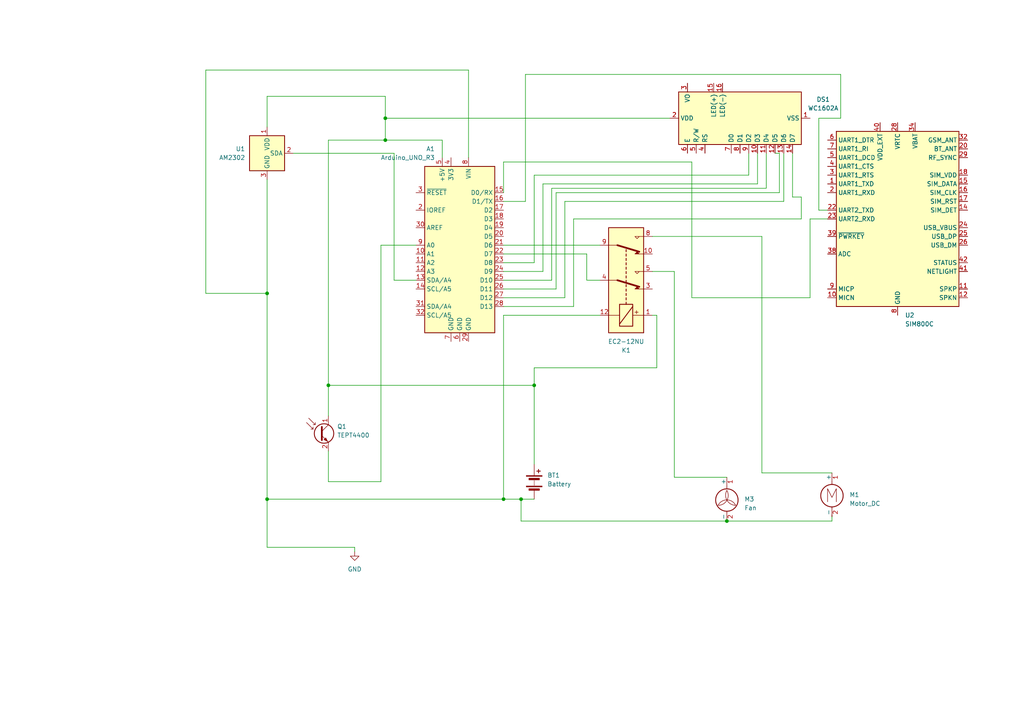
<source format=kicad_sch>
(kicad_sch
	(version 20250114)
	(generator "eeschema")
	(generator_version "9.0")
	(uuid "1a29c550-cc19-469b-9fba-01ff30599c3e")
	(paper "A4")
	(lib_symbols
		(symbol "Device:Battery"
			(pin_numbers
				(hide yes)
			)
			(pin_names
				(offset 0)
				(hide yes)
			)
			(exclude_from_sim no)
			(in_bom yes)
			(on_board yes)
			(property "Reference" "BT"
				(at 2.54 2.54 0)
				(effects
					(font
						(size 1.27 1.27)
					)
					(justify left)
				)
			)
			(property "Value" "Battery"
				(at 2.54 0 0)
				(effects
					(font
						(size 1.27 1.27)
					)
					(justify left)
				)
			)
			(property "Footprint" ""
				(at 0 1.524 90)
				(effects
					(font
						(size 1.27 1.27)
					)
					(hide yes)
				)
			)
			(property "Datasheet" "~"
				(at 0 1.524 90)
				(effects
					(font
						(size 1.27 1.27)
					)
					(hide yes)
				)
			)
			(property "Description" "Multiple-cell battery"
				(at 0 0 0)
				(effects
					(font
						(size 1.27 1.27)
					)
					(hide yes)
				)
			)
			(property "ki_keywords" "batt voltage-source cell"
				(at 0 0 0)
				(effects
					(font
						(size 1.27 1.27)
					)
					(hide yes)
				)
			)
			(symbol "Battery_0_1"
				(rectangle
					(start -2.286 1.778)
					(end 2.286 1.524)
					(stroke
						(width 0)
						(type default)
					)
					(fill
						(type outline)
					)
				)
				(rectangle
					(start -2.286 -1.27)
					(end 2.286 -1.524)
					(stroke
						(width 0)
						(type default)
					)
					(fill
						(type outline)
					)
				)
				(rectangle
					(start -1.524 1.016)
					(end 1.524 0.508)
					(stroke
						(width 0)
						(type default)
					)
					(fill
						(type outline)
					)
				)
				(rectangle
					(start -1.524 -2.032)
					(end 1.524 -2.54)
					(stroke
						(width 0)
						(type default)
					)
					(fill
						(type outline)
					)
				)
				(polyline
					(pts
						(xy 0 1.778) (xy 0 2.54)
					)
					(stroke
						(width 0)
						(type default)
					)
					(fill
						(type none)
					)
				)
				(polyline
					(pts
						(xy 0 0) (xy 0 0.254)
					)
					(stroke
						(width 0)
						(type default)
					)
					(fill
						(type none)
					)
				)
				(polyline
					(pts
						(xy 0 -0.508) (xy 0 -0.254)
					)
					(stroke
						(width 0)
						(type default)
					)
					(fill
						(type none)
					)
				)
				(polyline
					(pts
						(xy 0 -1.016) (xy 0 -0.762)
					)
					(stroke
						(width 0)
						(type default)
					)
					(fill
						(type none)
					)
				)
				(polyline
					(pts
						(xy 0.762 3.048) (xy 1.778 3.048)
					)
					(stroke
						(width 0.254)
						(type default)
					)
					(fill
						(type none)
					)
				)
				(polyline
					(pts
						(xy 1.27 3.556) (xy 1.27 2.54)
					)
					(stroke
						(width 0.254)
						(type default)
					)
					(fill
						(type none)
					)
				)
			)
			(symbol "Battery_1_1"
				(pin passive line
					(at 0 5.08 270)
					(length 2.54)
					(name "+"
						(effects
							(font
								(size 1.27 1.27)
							)
						)
					)
					(number "1"
						(effects
							(font
								(size 1.27 1.27)
							)
						)
					)
				)
				(pin passive line
					(at 0 -5.08 90)
					(length 2.54)
					(name "-"
						(effects
							(font
								(size 1.27 1.27)
							)
						)
					)
					(number "2"
						(effects
							(font
								(size 1.27 1.27)
							)
						)
					)
				)
			)
			(embedded_fonts no)
		)
		(symbol "Display_Character:WC1602A"
			(exclude_from_sim no)
			(in_bom yes)
			(on_board yes)
			(property "Reference" "DS"
				(at -5.842 19.05 0)
				(effects
					(font
						(size 1.27 1.27)
					)
				)
			)
			(property "Value" "WC1602A"
				(at 5.334 19.05 0)
				(effects
					(font
						(size 1.27 1.27)
					)
				)
			)
			(property "Footprint" "Display:WC1602A"
				(at 0 -22.86 0)
				(effects
					(font
						(size 1.27 1.27)
						(italic yes)
					)
					(hide yes)
				)
			)
			(property "Datasheet" "http://www.wincomlcd.com/pdf/WC1602A-SFYLYHTC06.pdf"
				(at 17.78 0 0)
				(effects
					(font
						(size 1.27 1.27)
					)
					(hide yes)
				)
			)
			(property "Description" "LCD 16x2 Alphanumeric , 8 bit parallel bus, 5V VDD"
				(at 0 0 0)
				(effects
					(font
						(size 1.27 1.27)
					)
					(hide yes)
				)
			)
			(property "ki_keywords" "display LCD dot-matrix"
				(at 0 0 0)
				(effects
					(font
						(size 1.27 1.27)
					)
					(hide yes)
				)
			)
			(property "ki_fp_filters" "*WC*1602A*"
				(at 0 0 0)
				(effects
					(font
						(size 1.27 1.27)
					)
					(hide yes)
				)
			)
			(symbol "WC1602A_1_1"
				(rectangle
					(start -7.62 17.78)
					(end 7.62 -17.78)
					(stroke
						(width 0.254)
						(type default)
					)
					(fill
						(type background)
					)
				)
				(pin input line
					(at -10.16 15.24 0)
					(length 2.54)
					(name "E"
						(effects
							(font
								(size 1.27 1.27)
							)
						)
					)
					(number "6"
						(effects
							(font
								(size 1.27 1.27)
							)
						)
					)
				)
				(pin input line
					(at -10.16 12.7 0)
					(length 2.54)
					(name "R/W"
						(effects
							(font
								(size 1.27 1.27)
							)
						)
					)
					(number "5"
						(effects
							(font
								(size 1.27 1.27)
							)
						)
					)
				)
				(pin input line
					(at -10.16 10.16 0)
					(length 2.54)
					(name "RS"
						(effects
							(font
								(size 1.27 1.27)
							)
						)
					)
					(number "4"
						(effects
							(font
								(size 1.27 1.27)
							)
						)
					)
				)
				(pin input line
					(at -10.16 2.54 0)
					(length 2.54)
					(name "D0"
						(effects
							(font
								(size 1.27 1.27)
							)
						)
					)
					(number "7"
						(effects
							(font
								(size 1.27 1.27)
							)
						)
					)
				)
				(pin input line
					(at -10.16 0 0)
					(length 2.54)
					(name "D1"
						(effects
							(font
								(size 1.27 1.27)
							)
						)
					)
					(number "8"
						(effects
							(font
								(size 1.27 1.27)
							)
						)
					)
				)
				(pin input line
					(at -10.16 -2.54 0)
					(length 2.54)
					(name "D2"
						(effects
							(font
								(size 1.27 1.27)
							)
						)
					)
					(number "9"
						(effects
							(font
								(size 1.27 1.27)
							)
						)
					)
				)
				(pin input line
					(at -10.16 -5.08 0)
					(length 2.54)
					(name "D3"
						(effects
							(font
								(size 1.27 1.27)
							)
						)
					)
					(number "10"
						(effects
							(font
								(size 1.27 1.27)
							)
						)
					)
				)
				(pin input line
					(at -10.16 -7.62 0)
					(length 2.54)
					(name "D4"
						(effects
							(font
								(size 1.27 1.27)
							)
						)
					)
					(number "11"
						(effects
							(font
								(size 1.27 1.27)
							)
						)
					)
				)
				(pin input line
					(at -10.16 -10.16 0)
					(length 2.54)
					(name "D5"
						(effects
							(font
								(size 1.27 1.27)
							)
						)
					)
					(number "12"
						(effects
							(font
								(size 1.27 1.27)
							)
						)
					)
				)
				(pin input line
					(at -10.16 -12.7 0)
					(length 2.54)
					(name "D6"
						(effects
							(font
								(size 1.27 1.27)
							)
						)
					)
					(number "13"
						(effects
							(font
								(size 1.27 1.27)
							)
						)
					)
				)
				(pin input line
					(at -10.16 -15.24 0)
					(length 2.54)
					(name "D7"
						(effects
							(font
								(size 1.27 1.27)
							)
						)
					)
					(number "14"
						(effects
							(font
								(size 1.27 1.27)
							)
						)
					)
				)
				(pin power_in line
					(at 0 20.32 270)
					(length 2.54)
					(name "VDD"
						(effects
							(font
								(size 1.27 1.27)
							)
						)
					)
					(number "2"
						(effects
							(font
								(size 1.27 1.27)
							)
						)
					)
				)
				(pin power_in line
					(at 0 -20.32 90)
					(length 2.54)
					(name "VSS"
						(effects
							(font
								(size 1.27 1.27)
							)
						)
					)
					(number "1"
						(effects
							(font
								(size 1.27 1.27)
							)
						)
					)
				)
				(pin input line
					(at 10.16 15.24 180)
					(length 2.54)
					(name "VO"
						(effects
							(font
								(size 1.27 1.27)
							)
						)
					)
					(number "3"
						(effects
							(font
								(size 1.27 1.27)
							)
						)
					)
				)
				(pin power_in line
					(at 10.16 7.62 180)
					(length 2.54)
					(name "LED(+)"
						(effects
							(font
								(size 1.27 1.27)
							)
						)
					)
					(number "15"
						(effects
							(font
								(size 1.27 1.27)
							)
						)
					)
				)
				(pin power_in line
					(at 10.16 5.08 180)
					(length 2.54)
					(name "LED(-)"
						(effects
							(font
								(size 1.27 1.27)
							)
						)
					)
					(number "16"
						(effects
							(font
								(size 1.27 1.27)
							)
						)
					)
				)
			)
			(embedded_fonts no)
		)
		(symbol "MCU_Module:Arduino_UNO_R3"
			(exclude_from_sim no)
			(in_bom yes)
			(on_board yes)
			(property "Reference" "A"
				(at -10.16 23.495 0)
				(effects
					(font
						(size 1.27 1.27)
					)
					(justify left bottom)
				)
			)
			(property "Value" "Arduino_UNO_R3"
				(at 5.08 -26.67 0)
				(effects
					(font
						(size 1.27 1.27)
					)
					(justify left top)
				)
			)
			(property "Footprint" "Module:Arduino_UNO_R3"
				(at 0 0 0)
				(effects
					(font
						(size 1.27 1.27)
						(italic yes)
					)
					(hide yes)
				)
			)
			(property "Datasheet" "https://www.arduino.cc/en/Main/arduinoBoardUno"
				(at 0 0 0)
				(effects
					(font
						(size 1.27 1.27)
					)
					(hide yes)
				)
			)
			(property "Description" "Arduino UNO Microcontroller Module, release 3"
				(at 0 0 0)
				(effects
					(font
						(size 1.27 1.27)
					)
					(hide yes)
				)
			)
			(property "ki_keywords" "Arduino UNO R3 Microcontroller Module Atmel AVR USB"
				(at 0 0 0)
				(effects
					(font
						(size 1.27 1.27)
					)
					(hide yes)
				)
			)
			(property "ki_fp_filters" "Arduino*UNO*R3*"
				(at 0 0 0)
				(effects
					(font
						(size 1.27 1.27)
					)
					(hide yes)
				)
			)
			(symbol "Arduino_UNO_R3_0_1"
				(rectangle
					(start -10.16 22.86)
					(end 10.16 -25.4)
					(stroke
						(width 0.254)
						(type default)
					)
					(fill
						(type background)
					)
				)
			)
			(symbol "Arduino_UNO_R3_1_1"
				(pin bidirectional line
					(at -12.7 15.24 0)
					(length 2.54)
					(name "D0/RX"
						(effects
							(font
								(size 1.27 1.27)
							)
						)
					)
					(number "15"
						(effects
							(font
								(size 1.27 1.27)
							)
						)
					)
				)
				(pin bidirectional line
					(at -12.7 12.7 0)
					(length 2.54)
					(name "D1/TX"
						(effects
							(font
								(size 1.27 1.27)
							)
						)
					)
					(number "16"
						(effects
							(font
								(size 1.27 1.27)
							)
						)
					)
				)
				(pin bidirectional line
					(at -12.7 10.16 0)
					(length 2.54)
					(name "D2"
						(effects
							(font
								(size 1.27 1.27)
							)
						)
					)
					(number "17"
						(effects
							(font
								(size 1.27 1.27)
							)
						)
					)
				)
				(pin bidirectional line
					(at -12.7 7.62 0)
					(length 2.54)
					(name "D3"
						(effects
							(font
								(size 1.27 1.27)
							)
						)
					)
					(number "18"
						(effects
							(font
								(size 1.27 1.27)
							)
						)
					)
				)
				(pin bidirectional line
					(at -12.7 5.08 0)
					(length 2.54)
					(name "D4"
						(effects
							(font
								(size 1.27 1.27)
							)
						)
					)
					(number "19"
						(effects
							(font
								(size 1.27 1.27)
							)
						)
					)
				)
				(pin bidirectional line
					(at -12.7 2.54 0)
					(length 2.54)
					(name "D5"
						(effects
							(font
								(size 1.27 1.27)
							)
						)
					)
					(number "20"
						(effects
							(font
								(size 1.27 1.27)
							)
						)
					)
				)
				(pin bidirectional line
					(at -12.7 0 0)
					(length 2.54)
					(name "D6"
						(effects
							(font
								(size 1.27 1.27)
							)
						)
					)
					(number "21"
						(effects
							(font
								(size 1.27 1.27)
							)
						)
					)
				)
				(pin bidirectional line
					(at -12.7 -2.54 0)
					(length 2.54)
					(name "D7"
						(effects
							(font
								(size 1.27 1.27)
							)
						)
					)
					(number "22"
						(effects
							(font
								(size 1.27 1.27)
							)
						)
					)
				)
				(pin bidirectional line
					(at -12.7 -5.08 0)
					(length 2.54)
					(name "D8"
						(effects
							(font
								(size 1.27 1.27)
							)
						)
					)
					(number "23"
						(effects
							(font
								(size 1.27 1.27)
							)
						)
					)
				)
				(pin bidirectional line
					(at -12.7 -7.62 0)
					(length 2.54)
					(name "D9"
						(effects
							(font
								(size 1.27 1.27)
							)
						)
					)
					(number "24"
						(effects
							(font
								(size 1.27 1.27)
							)
						)
					)
				)
				(pin bidirectional line
					(at -12.7 -10.16 0)
					(length 2.54)
					(name "D10"
						(effects
							(font
								(size 1.27 1.27)
							)
						)
					)
					(number "25"
						(effects
							(font
								(size 1.27 1.27)
							)
						)
					)
				)
				(pin bidirectional line
					(at -12.7 -12.7 0)
					(length 2.54)
					(name "D11"
						(effects
							(font
								(size 1.27 1.27)
							)
						)
					)
					(number "26"
						(effects
							(font
								(size 1.27 1.27)
							)
						)
					)
				)
				(pin bidirectional line
					(at -12.7 -15.24 0)
					(length 2.54)
					(name "D12"
						(effects
							(font
								(size 1.27 1.27)
							)
						)
					)
					(number "27"
						(effects
							(font
								(size 1.27 1.27)
							)
						)
					)
				)
				(pin bidirectional line
					(at -12.7 -17.78 0)
					(length 2.54)
					(name "D13"
						(effects
							(font
								(size 1.27 1.27)
							)
						)
					)
					(number "28"
						(effects
							(font
								(size 1.27 1.27)
							)
						)
					)
				)
				(pin no_connect line
					(at -10.16 -20.32 0)
					(length 2.54)
					(hide yes)
					(name "NC"
						(effects
							(font
								(size 1.27 1.27)
							)
						)
					)
					(number "1"
						(effects
							(font
								(size 1.27 1.27)
							)
						)
					)
				)
				(pin power_in line
					(at -2.54 25.4 270)
					(length 2.54)
					(name "VIN"
						(effects
							(font
								(size 1.27 1.27)
							)
						)
					)
					(number "8"
						(effects
							(font
								(size 1.27 1.27)
							)
						)
					)
				)
				(pin power_in line
					(at -2.54 -27.94 90)
					(length 2.54)
					(name "GND"
						(effects
							(font
								(size 1.27 1.27)
							)
						)
					)
					(number "29"
						(effects
							(font
								(size 1.27 1.27)
							)
						)
					)
				)
				(pin power_in line
					(at 0 -27.94 90)
					(length 2.54)
					(name "GND"
						(effects
							(font
								(size 1.27 1.27)
							)
						)
					)
					(number "6"
						(effects
							(font
								(size 1.27 1.27)
							)
						)
					)
				)
				(pin power_out line
					(at 2.54 25.4 270)
					(length 2.54)
					(name "3V3"
						(effects
							(font
								(size 1.27 1.27)
							)
						)
					)
					(number "4"
						(effects
							(font
								(size 1.27 1.27)
							)
						)
					)
				)
				(pin power_in line
					(at 2.54 -27.94 90)
					(length 2.54)
					(name "GND"
						(effects
							(font
								(size 1.27 1.27)
							)
						)
					)
					(number "7"
						(effects
							(font
								(size 1.27 1.27)
							)
						)
					)
				)
				(pin power_out line
					(at 5.08 25.4 270)
					(length 2.54)
					(name "+5V"
						(effects
							(font
								(size 1.27 1.27)
							)
						)
					)
					(number "5"
						(effects
							(font
								(size 1.27 1.27)
							)
						)
					)
				)
				(pin input line
					(at 12.7 15.24 180)
					(length 2.54)
					(name "~{RESET}"
						(effects
							(font
								(size 1.27 1.27)
							)
						)
					)
					(number "3"
						(effects
							(font
								(size 1.27 1.27)
							)
						)
					)
				)
				(pin output line
					(at 12.7 10.16 180)
					(length 2.54)
					(name "IOREF"
						(effects
							(font
								(size 1.27 1.27)
							)
						)
					)
					(number "2"
						(effects
							(font
								(size 1.27 1.27)
							)
						)
					)
				)
				(pin input line
					(at 12.7 5.08 180)
					(length 2.54)
					(name "AREF"
						(effects
							(font
								(size 1.27 1.27)
							)
						)
					)
					(number "30"
						(effects
							(font
								(size 1.27 1.27)
							)
						)
					)
				)
				(pin bidirectional line
					(at 12.7 0 180)
					(length 2.54)
					(name "A0"
						(effects
							(font
								(size 1.27 1.27)
							)
						)
					)
					(number "9"
						(effects
							(font
								(size 1.27 1.27)
							)
						)
					)
				)
				(pin bidirectional line
					(at 12.7 -2.54 180)
					(length 2.54)
					(name "A1"
						(effects
							(font
								(size 1.27 1.27)
							)
						)
					)
					(number "10"
						(effects
							(font
								(size 1.27 1.27)
							)
						)
					)
				)
				(pin bidirectional line
					(at 12.7 -5.08 180)
					(length 2.54)
					(name "A2"
						(effects
							(font
								(size 1.27 1.27)
							)
						)
					)
					(number "11"
						(effects
							(font
								(size 1.27 1.27)
							)
						)
					)
				)
				(pin bidirectional line
					(at 12.7 -7.62 180)
					(length 2.54)
					(name "A3"
						(effects
							(font
								(size 1.27 1.27)
							)
						)
					)
					(number "12"
						(effects
							(font
								(size 1.27 1.27)
							)
						)
					)
				)
				(pin bidirectional line
					(at 12.7 -10.16 180)
					(length 2.54)
					(name "SDA/A4"
						(effects
							(font
								(size 1.27 1.27)
							)
						)
					)
					(number "13"
						(effects
							(font
								(size 1.27 1.27)
							)
						)
					)
				)
				(pin bidirectional line
					(at 12.7 -12.7 180)
					(length 2.54)
					(name "SCL/A5"
						(effects
							(font
								(size 1.27 1.27)
							)
						)
					)
					(number "14"
						(effects
							(font
								(size 1.27 1.27)
							)
						)
					)
				)
				(pin bidirectional line
					(at 12.7 -17.78 180)
					(length 2.54)
					(name "SDA/A4"
						(effects
							(font
								(size 1.27 1.27)
							)
						)
					)
					(number "31"
						(effects
							(font
								(size 1.27 1.27)
							)
						)
					)
				)
				(pin bidirectional line
					(at 12.7 -20.32 180)
					(length 2.54)
					(name "SCL/A5"
						(effects
							(font
								(size 1.27 1.27)
							)
						)
					)
					(number "32"
						(effects
							(font
								(size 1.27 1.27)
							)
						)
					)
				)
			)
			(embedded_fonts no)
		)
		(symbol "Motor:Fan"
			(pin_names
				(offset 0)
			)
			(exclude_from_sim no)
			(in_bom yes)
			(on_board yes)
			(property "Reference" "M"
				(at 2.54 5.08 0)
				(effects
					(font
						(size 1.27 1.27)
					)
					(justify left)
				)
			)
			(property "Value" "Fan"
				(at 2.54 -2.54 0)
				(effects
					(font
						(size 1.27 1.27)
					)
					(justify left top)
				)
			)
			(property "Footprint" ""
				(at 0 0.254 0)
				(effects
					(font
						(size 1.27 1.27)
					)
					(hide yes)
				)
			)
			(property "Datasheet" "~"
				(at 0 0.254 0)
				(effects
					(font
						(size 1.27 1.27)
					)
					(hide yes)
				)
			)
			(property "Description" "Fan"
				(at 0 0 0)
				(effects
					(font
						(size 1.27 1.27)
					)
					(hide yes)
				)
			)
			(property "ki_keywords" "Fan Motor"
				(at 0 0 0)
				(effects
					(font
						(size 1.27 1.27)
					)
					(hide yes)
				)
			)
			(property "ki_fp_filters" "PinHeader*P2.54mm* TerminalBlock*"
				(at 0 0 0)
				(effects
					(font
						(size 1.27 1.27)
					)
					(hide yes)
				)
			)
			(symbol "Fan_0_1"
				(arc
					(start 0 3.81)
					(mid -0.0015 0.9048)
					(end -2.54 -0.508)
					(stroke
						(width 0)
						(type default)
					)
					(fill
						(type none)
					)
				)
				(polyline
					(pts
						(xy 0 4.572) (xy 0 5.08)
					)
					(stroke
						(width 0)
						(type default)
					)
					(fill
						(type none)
					)
				)
				(polyline
					(pts
						(xy 0 4.2672) (xy 0 4.6228)
					)
					(stroke
						(width 0)
						(type default)
					)
					(fill
						(type none)
					)
				)
				(circle
					(center 0 1.016)
					(radius 3.2512)
					(stroke
						(width 0.254)
						(type default)
					)
					(fill
						(type none)
					)
				)
				(arc
					(start -2.54 -0.508)
					(mid 0 1.0618)
					(end 2.54 -0.508)
					(stroke
						(width 0)
						(type default)
					)
					(fill
						(type none)
					)
				)
				(polyline
					(pts
						(xy 0 -2.2352) (xy 0 -2.6416)
					)
					(stroke
						(width 0)
						(type default)
					)
					(fill
						(type none)
					)
				)
				(polyline
					(pts
						(xy 0 -5.08) (xy 0 -4.572)
					)
					(stroke
						(width 0)
						(type default)
					)
					(fill
						(type none)
					)
				)
				(arc
					(start 2.54 -0.508)
					(mid 0.047 0.9315)
					(end 0 3.81)
					(stroke
						(width 0)
						(type default)
					)
					(fill
						(type none)
					)
				)
			)
			(symbol "Fan_1_1"
				(pin passive line
					(at 0 7.62 270)
					(length 2.54)
					(name "+"
						(effects
							(font
								(size 1.27 1.27)
							)
						)
					)
					(number "1"
						(effects
							(font
								(size 1.27 1.27)
							)
						)
					)
				)
				(pin passive line
					(at 0 -5.08 90)
					(length 2.54)
					(name "-"
						(effects
							(font
								(size 1.27 1.27)
							)
						)
					)
					(number "2"
						(effects
							(font
								(size 1.27 1.27)
							)
						)
					)
				)
			)
			(embedded_fonts no)
		)
		(symbol "Motor:Motor_DC"
			(pin_names
				(offset 0)
			)
			(exclude_from_sim no)
			(in_bom yes)
			(on_board yes)
			(property "Reference" "M"
				(at 2.54 2.54 0)
				(effects
					(font
						(size 1.27 1.27)
					)
					(justify left)
				)
			)
			(property "Value" "Motor_DC"
				(at 2.54 -5.08 0)
				(effects
					(font
						(size 1.27 1.27)
					)
					(justify left top)
				)
			)
			(property "Footprint" ""
				(at 0 -2.286 0)
				(effects
					(font
						(size 1.27 1.27)
					)
					(hide yes)
				)
			)
			(property "Datasheet" "~"
				(at 0 -2.286 0)
				(effects
					(font
						(size 1.27 1.27)
					)
					(hide yes)
				)
			)
			(property "Description" "DC Motor"
				(at 0 0 0)
				(effects
					(font
						(size 1.27 1.27)
					)
					(hide yes)
				)
			)
			(property "ki_keywords" "DC Motor"
				(at 0 0 0)
				(effects
					(font
						(size 1.27 1.27)
					)
					(hide yes)
				)
			)
			(property "ki_fp_filters" "PinHeader*P2.54mm* TerminalBlock*"
				(at 0 0 0)
				(effects
					(font
						(size 1.27 1.27)
					)
					(hide yes)
				)
			)
			(symbol "Motor_DC_0_0"
				(polyline
					(pts
						(xy -1.27 -3.302) (xy -1.27 0.508) (xy 0 -2.032) (xy 1.27 0.508) (xy 1.27 -3.302)
					)
					(stroke
						(width 0)
						(type default)
					)
					(fill
						(type none)
					)
				)
			)
			(symbol "Motor_DC_0_1"
				(polyline
					(pts
						(xy 0 2.032) (xy 0 2.54)
					)
					(stroke
						(width 0)
						(type default)
					)
					(fill
						(type none)
					)
				)
				(polyline
					(pts
						(xy 0 1.7272) (xy 0 2.0828)
					)
					(stroke
						(width 0)
						(type default)
					)
					(fill
						(type none)
					)
				)
				(circle
					(center 0 -1.524)
					(radius 3.2512)
					(stroke
						(width 0.254)
						(type default)
					)
					(fill
						(type none)
					)
				)
				(polyline
					(pts
						(xy 0 -4.7752) (xy 0 -5.1816)
					)
					(stroke
						(width 0)
						(type default)
					)
					(fill
						(type none)
					)
				)
				(polyline
					(pts
						(xy 0 -7.62) (xy 0 -7.112)
					)
					(stroke
						(width 0)
						(type default)
					)
					(fill
						(type none)
					)
				)
			)
			(symbol "Motor_DC_1_1"
				(pin passive line
					(at 0 5.08 270)
					(length 2.54)
					(name "+"
						(effects
							(font
								(size 1.27 1.27)
							)
						)
					)
					(number "1"
						(effects
							(font
								(size 1.27 1.27)
							)
						)
					)
				)
				(pin passive line
					(at 0 -7.62 90)
					(length 2.54)
					(name "-"
						(effects
							(font
								(size 1.27 1.27)
							)
						)
					)
					(number "2"
						(effects
							(font
								(size 1.27 1.27)
							)
						)
					)
				)
			)
			(embedded_fonts no)
		)
		(symbol "RF_GSM:SIM800C"
			(exclude_from_sim no)
			(in_bom yes)
			(on_board yes)
			(property "Reference" "U"
				(at -15.24 26.67 0)
				(effects
					(font
						(size 1.27 1.27)
					)
				)
			)
			(property "Value" "SIM800C"
				(at 12.7 26.67 0)
				(effects
					(font
						(size 1.27 1.27)
					)
				)
			)
			(property "Footprint" "RF_GSM:SIMCom_SIM800C"
				(at 13.97 -26.67 0)
				(effects
					(font
						(size 1.27 1.27)
					)
					(hide yes)
				)
			)
			(property "Datasheet" "http://simcom.ee/documents/SIM800C/SIM800C_Hardware_Design_V1.05.pdf"
				(at -118.11 -59.69 0)
				(effects
					(font
						(size 1.27 1.27)
					)
					(hide yes)
				)
			)
			(property "Description" "GSM Quad-Band Communication Module, GPRS, Audio Engine, AT Command Set, Bluetooth is Optional"
				(at 0 0 0)
				(effects
					(font
						(size 1.27 1.27)
					)
					(hide yes)
				)
			)
			(property "ki_keywords" "GSM GPRS Quad-Band SMS"
				(at 0 0 0)
				(effects
					(font
						(size 1.27 1.27)
					)
					(hide yes)
				)
			)
			(property "ki_fp_filters" "SIMCom*SIM800C*"
				(at 0 0 0)
				(effects
					(font
						(size 1.27 1.27)
					)
					(hide yes)
				)
			)
			(symbol "SIM800C_0_1"
				(rectangle
					(start -17.78 25.4)
					(end 17.78 -25.4)
					(stroke
						(width 0.254)
						(type default)
					)
					(fill
						(type background)
					)
				)
			)
			(symbol "SIM800C_1_1"
				(pin input line
					(at -20.32 22.86 0)
					(length 2.54)
					(name "UART1_DTR"
						(effects
							(font
								(size 1.27 1.27)
							)
						)
					)
					(number "6"
						(effects
							(font
								(size 1.27 1.27)
							)
						)
					)
				)
				(pin output line
					(at -20.32 20.32 0)
					(length 2.54)
					(name "UART1_RI"
						(effects
							(font
								(size 1.27 1.27)
							)
						)
					)
					(number "7"
						(effects
							(font
								(size 1.27 1.27)
							)
						)
					)
				)
				(pin output line
					(at -20.32 17.78 0)
					(length 2.54)
					(name "UART1_DCD"
						(effects
							(font
								(size 1.27 1.27)
							)
						)
					)
					(number "5"
						(effects
							(font
								(size 1.27 1.27)
							)
						)
					)
				)
				(pin output line
					(at -20.32 15.24 0)
					(length 2.54)
					(name "UART1_CTS"
						(effects
							(font
								(size 1.27 1.27)
							)
						)
					)
					(number "4"
						(effects
							(font
								(size 1.27 1.27)
							)
						)
					)
				)
				(pin input line
					(at -20.32 12.7 0)
					(length 2.54)
					(name "UART1_RTS"
						(effects
							(font
								(size 1.27 1.27)
							)
						)
					)
					(number "3"
						(effects
							(font
								(size 1.27 1.27)
							)
						)
					)
				)
				(pin output line
					(at -20.32 10.16 0)
					(length 2.54)
					(name "UART1_TXD"
						(effects
							(font
								(size 1.27 1.27)
							)
						)
					)
					(number "1"
						(effects
							(font
								(size 1.27 1.27)
							)
						)
					)
				)
				(pin input line
					(at -20.32 7.62 0)
					(length 2.54)
					(name "UART1_RXD"
						(effects
							(font
								(size 1.27 1.27)
							)
						)
					)
					(number "2"
						(effects
							(font
								(size 1.27 1.27)
							)
						)
					)
				)
				(pin output line
					(at -20.32 2.54 0)
					(length 2.54)
					(name "UART2_TXD"
						(effects
							(font
								(size 1.27 1.27)
							)
						)
					)
					(number "22"
						(effects
							(font
								(size 1.27 1.27)
							)
						)
					)
				)
				(pin input line
					(at -20.32 0 0)
					(length 2.54)
					(name "UART2_RXD"
						(effects
							(font
								(size 1.27 1.27)
							)
						)
					)
					(number "23"
						(effects
							(font
								(size 1.27 1.27)
							)
						)
					)
				)
				(pin input line
					(at -20.32 -5.08 0)
					(length 2.54)
					(name "~{PWRKEY}"
						(effects
							(font
								(size 1.27 1.27)
							)
						)
					)
					(number "39"
						(effects
							(font
								(size 1.27 1.27)
							)
						)
					)
				)
				(pin input line
					(at -20.32 -10.16 0)
					(length 2.54)
					(name "ADC"
						(effects
							(font
								(size 1.27 1.27)
							)
						)
					)
					(number "38"
						(effects
							(font
								(size 1.27 1.27)
							)
						)
					)
				)
				(pin input line
					(at -20.32 -20.32 0)
					(length 2.54)
					(name "MICP"
						(effects
							(font
								(size 1.27 1.27)
							)
						)
					)
					(number "9"
						(effects
							(font
								(size 1.27 1.27)
							)
						)
					)
				)
				(pin input line
					(at -20.32 -22.86 0)
					(length 2.54)
					(name "MICN"
						(effects
							(font
								(size 1.27 1.27)
							)
						)
					)
					(number "10"
						(effects
							(font
								(size 1.27 1.27)
							)
						)
					)
				)
				(pin power_out line
					(at -5.08 27.94 270)
					(length 2.54)
					(name "VDD_EXT"
						(effects
							(font
								(size 1.27 1.27)
							)
						)
					)
					(number "40"
						(effects
							(font
								(size 1.27 1.27)
							)
						)
					)
				)
				(pin power_in line
					(at 0 27.94 270)
					(length 2.54)
					(name "VRTC"
						(effects
							(font
								(size 1.27 1.27)
							)
						)
					)
					(number "28"
						(effects
							(font
								(size 1.27 1.27)
							)
						)
					)
				)
				(pin passive line
					(at 0 -27.94 90)
					(length 2.54)
					(hide yes)
					(name "GND"
						(effects
							(font
								(size 1.27 1.27)
							)
						)
					)
					(number "13"
						(effects
							(font
								(size 1.27 1.27)
							)
						)
					)
				)
				(pin passive line
					(at 0 -27.94 90)
					(length 2.54)
					(hide yes)
					(name "GND"
						(effects
							(font
								(size 1.27 1.27)
							)
						)
					)
					(number "19"
						(effects
							(font
								(size 1.27 1.27)
							)
						)
					)
				)
				(pin passive line
					(at 0 -27.94 90)
					(length 2.54)
					(hide yes)
					(name "GND"
						(effects
							(font
								(size 1.27 1.27)
							)
						)
					)
					(number "21"
						(effects
							(font
								(size 1.27 1.27)
							)
						)
					)
				)
				(pin passive line
					(at 0 -27.94 90)
					(length 2.54)
					(hide yes)
					(name "GND"
						(effects
							(font
								(size 1.27 1.27)
							)
						)
					)
					(number "27"
						(effects
							(font
								(size 1.27 1.27)
							)
						)
					)
				)
				(pin passive line
					(at 0 -27.94 90)
					(length 2.54)
					(hide yes)
					(name "GND"
						(effects
							(font
								(size 1.27 1.27)
							)
						)
					)
					(number "30"
						(effects
							(font
								(size 1.27 1.27)
							)
						)
					)
				)
				(pin passive line
					(at 0 -27.94 90)
					(length 2.54)
					(hide yes)
					(name "GND"
						(effects
							(font
								(size 1.27 1.27)
							)
						)
					)
					(number "31"
						(effects
							(font
								(size 1.27 1.27)
							)
						)
					)
				)
				(pin passive line
					(at 0 -27.94 90)
					(length 2.54)
					(hide yes)
					(name "GND"
						(effects
							(font
								(size 1.27 1.27)
							)
						)
					)
					(number "33"
						(effects
							(font
								(size 1.27 1.27)
							)
						)
					)
				)
				(pin passive line
					(at 0 -27.94 90)
					(length 2.54)
					(hide yes)
					(name "GND"
						(effects
							(font
								(size 1.27 1.27)
							)
						)
					)
					(number "36"
						(effects
							(font
								(size 1.27 1.27)
							)
						)
					)
				)
				(pin passive line
					(at 0 -27.94 90)
					(length 2.54)
					(hide yes)
					(name "GND"
						(effects
							(font
								(size 1.27 1.27)
							)
						)
					)
					(number "37"
						(effects
							(font
								(size 1.27 1.27)
							)
						)
					)
				)
				(pin power_in line
					(at 0 -27.94 90)
					(length 2.54)
					(name "GND"
						(effects
							(font
								(size 1.27 1.27)
							)
						)
					)
					(number "8"
						(effects
							(font
								(size 1.27 1.27)
							)
						)
					)
				)
				(pin power_in line
					(at 5.08 27.94 270)
					(length 2.54)
					(name "VBAT"
						(effects
							(font
								(size 1.27 1.27)
							)
						)
					)
					(number "34"
						(effects
							(font
								(size 1.27 1.27)
							)
						)
					)
				)
				(pin passive line
					(at 5.08 27.94 270)
					(length 2.54)
					(hide yes)
					(name "VBAT"
						(effects
							(font
								(size 1.27 1.27)
							)
						)
					)
					(number "35"
						(effects
							(font
								(size 1.27 1.27)
							)
						)
					)
				)
				(pin passive line
					(at 20.32 22.86 180)
					(length 2.54)
					(name "GSM_ANT"
						(effects
							(font
								(size 1.27 1.27)
							)
						)
					)
					(number "32"
						(effects
							(font
								(size 1.27 1.27)
							)
						)
					)
				)
				(pin passive line
					(at 20.32 20.32 180)
					(length 2.54)
					(name "BT_ANT"
						(effects
							(font
								(size 1.27 1.27)
							)
						)
					)
					(number "20"
						(effects
							(font
								(size 1.27 1.27)
							)
						)
					)
				)
				(pin output line
					(at 20.32 17.78 180)
					(length 2.54)
					(name "RF_SYNC"
						(effects
							(font
								(size 1.27 1.27)
							)
						)
					)
					(number "29"
						(effects
							(font
								(size 1.27 1.27)
							)
						)
					)
				)
				(pin power_out line
					(at 20.32 12.7 180)
					(length 2.54)
					(name "SIM_VDD"
						(effects
							(font
								(size 1.27 1.27)
							)
						)
					)
					(number "18"
						(effects
							(font
								(size 1.27 1.27)
							)
						)
					)
				)
				(pin bidirectional line
					(at 20.32 10.16 180)
					(length 2.54)
					(name "SIM_DATA"
						(effects
							(font
								(size 1.27 1.27)
							)
						)
					)
					(number "15"
						(effects
							(font
								(size 1.27 1.27)
							)
						)
					)
				)
				(pin output line
					(at 20.32 7.62 180)
					(length 2.54)
					(name "SIM_CLK"
						(effects
							(font
								(size 1.27 1.27)
							)
						)
					)
					(number "16"
						(effects
							(font
								(size 1.27 1.27)
							)
						)
					)
				)
				(pin output line
					(at 20.32 5.08 180)
					(length 2.54)
					(name "SIM_RST"
						(effects
							(font
								(size 1.27 1.27)
							)
						)
					)
					(number "17"
						(effects
							(font
								(size 1.27 1.27)
							)
						)
					)
				)
				(pin input line
					(at 20.32 2.54 180)
					(length 2.54)
					(name "SIM_DET"
						(effects
							(font
								(size 1.27 1.27)
							)
						)
					)
					(number "14"
						(effects
							(font
								(size 1.27 1.27)
							)
						)
					)
				)
				(pin input line
					(at 20.32 -2.54 180)
					(length 2.54)
					(name "USB_VBUS"
						(effects
							(font
								(size 1.27 1.27)
							)
						)
					)
					(number "24"
						(effects
							(font
								(size 1.27 1.27)
							)
						)
					)
				)
				(pin bidirectional line
					(at 20.32 -5.08 180)
					(length 2.54)
					(name "USB_DP"
						(effects
							(font
								(size 1.27 1.27)
							)
						)
					)
					(number "25"
						(effects
							(font
								(size 1.27 1.27)
							)
						)
					)
				)
				(pin bidirectional line
					(at 20.32 -7.62 180)
					(length 2.54)
					(name "USB_DM"
						(effects
							(font
								(size 1.27 1.27)
							)
						)
					)
					(number "26"
						(effects
							(font
								(size 1.27 1.27)
							)
						)
					)
				)
				(pin output line
					(at 20.32 -12.7 180)
					(length 2.54)
					(name "STATUS"
						(effects
							(font
								(size 1.27 1.27)
							)
						)
					)
					(number "42"
						(effects
							(font
								(size 1.27 1.27)
							)
						)
					)
				)
				(pin output line
					(at 20.32 -15.24 180)
					(length 2.54)
					(name "NETLIGHT"
						(effects
							(font
								(size 1.27 1.27)
							)
						)
					)
					(number "41"
						(effects
							(font
								(size 1.27 1.27)
							)
						)
					)
				)
				(pin output line
					(at 20.32 -20.32 180)
					(length 2.54)
					(name "SPKP"
						(effects
							(font
								(size 1.27 1.27)
							)
						)
					)
					(number "11"
						(effects
							(font
								(size 1.27 1.27)
							)
						)
					)
				)
				(pin output line
					(at 20.32 -22.86 180)
					(length 2.54)
					(name "SPKN"
						(effects
							(font
								(size 1.27 1.27)
							)
						)
					)
					(number "12"
						(effects
							(font
								(size 1.27 1.27)
							)
						)
					)
				)
			)
			(embedded_fonts no)
		)
		(symbol "Relay:EC2-12NU"
			(exclude_from_sim no)
			(in_bom yes)
			(on_board yes)
			(property "Reference" "K"
				(at 15.24 8.89 0)
				(effects
					(font
						(size 1.27 1.27)
					)
				)
			)
			(property "Value" "EC2-12NU"
				(at 19.05 6.35 0)
				(effects
					(font
						(size 1.27 1.27)
					)
				)
			)
			(property "Footprint" "Relay_THT:Relay_DPDT_Kemet_EC2_NU"
				(at 0 0 0)
				(effects
					(font
						(size 1.27 1.27)
					)
					(hide yes)
				)
			)
			(property "Datasheet" "https://content.kemet.com/datasheets/KEM_R7002_EC2_EE2.pdf"
				(at 0 0 0)
				(effects
					(font
						(size 1.27 1.27)
					)
					(hide yes)
				)
			)
			(property "Description" "General purpose signal relay, Kemet EC2 Series, DPDT (2 Form C), non-latching, through hole, 60W/125VA, 220VDC/250VAC, 2A, 12V DC coil"
				(at 0 0 0)
				(effects
					(font
						(size 1.27 1.27)
					)
					(hide yes)
				)
			)
			(property "ki_keywords" "signal relay double pole double throw DPDT DC coil non latching"
				(at 0 0 0)
				(effects
					(font
						(size 1.27 1.27)
					)
					(hide yes)
				)
			)
			(property "ki_fp_filters" "Relay*Kemet*EC2*"
				(at 0 0 0)
				(effects
					(font
						(size 1.27 1.27)
					)
					(hide yes)
				)
			)
			(symbol "EC2-12NU_1_1"
				(rectangle
					(start -15.24 5.08)
					(end 15.24 -5.08)
					(stroke
						(width 0.254)
						(type default)
					)
					(fill
						(type background)
					)
				)
				(rectangle
					(start -13.335 1.905)
					(end -6.985 -1.905)
					(stroke
						(width 0.254)
						(type default)
					)
					(fill
						(type none)
					)
				)
				(polyline
					(pts
						(xy -12.7 -1.905) (xy -7.62 1.905)
					)
					(stroke
						(width 0.254)
						(type default)
					)
					(fill
						(type none)
					)
				)
				(polyline
					(pts
						(xy -10.16 5.08) (xy -10.16 1.905)
					)
					(stroke
						(width 0)
						(type default)
					)
					(fill
						(type none)
					)
				)
				(polyline
					(pts
						(xy -10.16 -5.08) (xy -10.16 -1.905)
					)
					(stroke
						(width 0)
						(type default)
					)
					(fill
						(type none)
					)
				)
				(polyline
					(pts
						(xy -6.985 0) (xy -6.35 0)
					)
					(stroke
						(width 0.254)
						(type default)
					)
					(fill
						(type none)
					)
				)
				(polyline
					(pts
						(xy -5.715 0) (xy -5.08 0)
					)
					(stroke
						(width 0.254)
						(type default)
					)
					(fill
						(type none)
					)
				)
				(polyline
					(pts
						(xy -4.445 0) (xy -3.81 0)
					)
					(stroke
						(width 0.254)
						(type default)
					)
					(fill
						(type none)
					)
				)
				(polyline
					(pts
						(xy -3.175 0) (xy -2.54 0)
					)
					(stroke
						(width 0.254)
						(type default)
					)
					(fill
						(type none)
					)
				)
				(polyline
					(pts
						(xy -2.54 5.08) (xy -2.54 2.54) (xy -1.905 3.175) (xy -2.54 3.81)
					)
					(stroke
						(width 0)
						(type default)
					)
					(fill
						(type outline)
					)
				)
				(polyline
					(pts
						(xy -1.905 0) (xy -1.27 0)
					)
					(stroke
						(width 0.254)
						(type default)
					)
					(fill
						(type none)
					)
				)
				(polyline
					(pts
						(xy -0.635 0) (xy 0 0)
					)
					(stroke
						(width 0.254)
						(type default)
					)
					(fill
						(type none)
					)
				)
				(polyline
					(pts
						(xy 0 -2.54) (xy -1.905 3.81)
					)
					(stroke
						(width 0.508)
						(type default)
					)
					(fill
						(type none)
					)
				)
				(polyline
					(pts
						(xy 0 -2.54) (xy 0 -5.08)
					)
					(stroke
						(width 0)
						(type default)
					)
					(fill
						(type none)
					)
				)
				(polyline
					(pts
						(xy 0.635 0) (xy 1.27 0)
					)
					(stroke
						(width 0.254)
						(type default)
					)
					(fill
						(type none)
					)
				)
				(polyline
					(pts
						(xy 1.905 0) (xy 2.54 0)
					)
					(stroke
						(width 0.254)
						(type default)
					)
					(fill
						(type none)
					)
				)
				(polyline
					(pts
						(xy 2.54 5.08) (xy 2.54 2.54) (xy 1.905 3.175) (xy 2.54 3.81)
					)
					(stroke
						(width 0)
						(type default)
					)
					(fill
						(type none)
					)
				)
				(polyline
					(pts
						(xy 3.175 0) (xy 3.81 0)
					)
					(stroke
						(width 0.254)
						(type default)
					)
					(fill
						(type none)
					)
				)
				(polyline
					(pts
						(xy 4.445 0) (xy 5.08 0)
					)
					(stroke
						(width 0.254)
						(type default)
					)
					(fill
						(type none)
					)
				)
				(polyline
					(pts
						(xy 5.715 0) (xy 6.35 0)
					)
					(stroke
						(width 0.254)
						(type default)
					)
					(fill
						(type none)
					)
				)
				(polyline
					(pts
						(xy 6.985 0) (xy 7.62 0)
					)
					(stroke
						(width 0.254)
						(type default)
					)
					(fill
						(type none)
					)
				)
				(polyline
					(pts
						(xy 7.62 5.08) (xy 7.62 2.54) (xy 8.255 3.175) (xy 7.62 3.81)
					)
					(stroke
						(width 0)
						(type default)
					)
					(fill
						(type outline)
					)
				)
				(polyline
					(pts
						(xy 8.255 0) (xy 8.89 0)
					)
					(stroke
						(width 0.254)
						(type default)
					)
					(fill
						(type none)
					)
				)
				(polyline
					(pts
						(xy 10.16 -2.54) (xy 8.255 3.81)
					)
					(stroke
						(width 0.508)
						(type default)
					)
					(fill
						(type none)
					)
				)
				(polyline
					(pts
						(xy 10.16 -2.54) (xy 10.16 -5.08)
					)
					(stroke
						(width 0)
						(type default)
					)
					(fill
						(type none)
					)
				)
				(polyline
					(pts
						(xy 12.7 5.08) (xy 12.7 2.54) (xy 12.065 3.175) (xy 12.7 3.81)
					)
					(stroke
						(width 0)
						(type default)
					)
					(fill
						(type none)
					)
				)
				(text "+"
					(at -9.271 2.921 0)
					(effects
						(font
							(size 1.27 1.27)
						)
					)
				)
				(pin passive line
					(at -10.16 7.62 270)
					(length 2.54)
					(name "~"
						(effects
							(font
								(size 1.27 1.27)
							)
						)
					)
					(number "1"
						(effects
							(font
								(size 1.27 1.27)
							)
						)
					)
				)
				(pin passive line
					(at -10.16 -7.62 90)
					(length 2.54)
					(name "~"
						(effects
							(font
								(size 1.27 1.27)
							)
						)
					)
					(number "12"
						(effects
							(font
								(size 1.27 1.27)
							)
						)
					)
				)
				(pin passive line
					(at -2.54 7.62 270)
					(length 2.54)
					(name "~"
						(effects
							(font
								(size 1.27 1.27)
							)
						)
					)
					(number "3"
						(effects
							(font
								(size 1.27 1.27)
							)
						)
					)
				)
				(pin passive line
					(at 0 -7.62 90)
					(length 2.54)
					(name "~"
						(effects
							(font
								(size 1.27 1.27)
							)
						)
					)
					(number "4"
						(effects
							(font
								(size 1.27 1.27)
							)
						)
					)
				)
				(pin passive line
					(at 2.54 7.62 270)
					(length 2.54)
					(name "~"
						(effects
							(font
								(size 1.27 1.27)
							)
						)
					)
					(number "5"
						(effects
							(font
								(size 1.27 1.27)
							)
						)
					)
				)
				(pin passive line
					(at 7.62 7.62 270)
					(length 2.54)
					(name "~"
						(effects
							(font
								(size 1.27 1.27)
							)
						)
					)
					(number "10"
						(effects
							(font
								(size 1.27 1.27)
							)
						)
					)
				)
				(pin passive line
					(at 10.16 -7.62 90)
					(length 2.54)
					(name "~"
						(effects
							(font
								(size 1.27 1.27)
							)
						)
					)
					(number "9"
						(effects
							(font
								(size 1.27 1.27)
							)
						)
					)
				)
				(pin passive line
					(at 12.7 7.62 270)
					(length 2.54)
					(name "~"
						(effects
							(font
								(size 1.27 1.27)
							)
						)
					)
					(number "8"
						(effects
							(font
								(size 1.27 1.27)
							)
						)
					)
				)
			)
			(embedded_fonts no)
		)
		(symbol "Sensor:AM2302"
			(exclude_from_sim no)
			(in_bom yes)
			(on_board yes)
			(property "Reference" "U"
				(at -3.81 6.35 0)
				(effects
					(font
						(size 1.27 1.27)
					)
				)
			)
			(property "Value" "AM2302"
				(at 3.81 6.35 0)
				(effects
					(font
						(size 1.27 1.27)
					)
				)
			)
			(property "Footprint" "Sensor:ASAIR_AM2302_P2.54mm_Vertical"
				(at 0 -10.16 0)
				(effects
					(font
						(size 1.27 1.27)
					)
					(hide yes)
				)
			)
			(property "Datasheet" "http://akizukidenshi.com/download/ds/aosong/AM2302.pdf"
				(at 3.81 6.35 0)
				(effects
					(font
						(size 1.27 1.27)
					)
					(hide yes)
				)
			)
			(property "Description" "3.3 to 5.0V, Temperature and humidity module,  DHT22, AM2302"
				(at 0 0 0)
				(effects
					(font
						(size 1.27 1.27)
					)
					(hide yes)
				)
			)
			(property "ki_keywords" "digital sensor"
				(at 0 0 0)
				(effects
					(font
						(size 1.27 1.27)
					)
					(hide yes)
				)
			)
			(property "ki_fp_filters" "ASAIR*AM2302*P2.54mm*"
				(at 0 0 0)
				(effects
					(font
						(size 1.27 1.27)
					)
					(hide yes)
				)
			)
			(symbol "AM2302_0_1"
				(rectangle
					(start -5.08 5.08)
					(end 5.08 -5.08)
					(stroke
						(width 0.254)
						(type default)
					)
					(fill
						(type background)
					)
				)
			)
			(symbol "AM2302_1_1"
				(pin power_in line
					(at 0 7.62 270)
					(length 2.54)
					(name "VDD"
						(effects
							(font
								(size 1.27 1.27)
							)
						)
					)
					(number "1"
						(effects
							(font
								(size 1.27 1.27)
							)
						)
					)
				)
				(pin power_in line
					(at 0 -7.62 90)
					(length 2.54)
					(name "GND"
						(effects
							(font
								(size 1.27 1.27)
							)
						)
					)
					(number "3"
						(effects
							(font
								(size 1.27 1.27)
							)
						)
					)
				)
				(pin passive line
					(at 0 -7.62 90)
					(length 2.54)
					(hide yes)
					(name "GND"
						(effects
							(font
								(size 1.27 1.27)
							)
						)
					)
					(number "4"
						(effects
							(font
								(size 1.27 1.27)
							)
						)
					)
				)
				(pin bidirectional line
					(at 7.62 0 180)
					(length 2.54)
					(name "SDA"
						(effects
							(font
								(size 1.27 1.27)
							)
						)
					)
					(number "2"
						(effects
							(font
								(size 1.27 1.27)
							)
						)
					)
				)
			)
			(embedded_fonts no)
		)
		(symbol "Sensor_Optical:TEPT4400"
			(pin_names
				(offset 0)
				(hide yes)
			)
			(exclude_from_sim no)
			(in_bom yes)
			(on_board yes)
			(property "Reference" "Q"
				(at 5.08 1.27 0)
				(effects
					(font
						(size 1.27 1.27)
					)
					(justify left)
				)
			)
			(property "Value" "TEPT4400"
				(at 5.08 -1.27 0)
				(effects
					(font
						(size 1.27 1.27)
					)
					(justify left)
				)
			)
			(property "Footprint" "LED_THT:LED_D3.0mm_Clear"
				(at 12.192 -3.556 0)
				(effects
					(font
						(size 1.27 1.27)
					)
					(hide yes)
				)
			)
			(property "Datasheet" "https://www.vishay.com/docs/81341/tept4400.pdf"
				(at 0 0 0)
				(effects
					(font
						(size 1.27 1.27)
					)
					(hide yes)
				)
			)
			(property "Description" "Ambient Light Sensor, NPN Epitaxial Planar Phototransistor, T-1"
				(at 0 0 0)
				(effects
					(font
						(size 1.27 1.27)
					)
					(hide yes)
				)
			)
			(property "ki_keywords" "npn phototransistor ambient light sensor"
				(at 0 0 0)
				(effects
					(font
						(size 1.27 1.27)
					)
					(hide yes)
				)
			)
			(property "ki_fp_filters" "LED*3.0mm*Clear*"
				(at 0 0 0)
				(effects
					(font
						(size 1.27 1.27)
					)
					(hide yes)
				)
			)
			(symbol "TEPT4400_0_1"
				(polyline
					(pts
						(xy -3.81 3.175) (xy -1.905 1.27) (xy -1.905 1.905)
					)
					(stroke
						(width 0)
						(type default)
					)
					(fill
						(type none)
					)
				)
				(polyline
					(pts
						(xy -3.175 4.445) (xy -1.27 2.54) (xy -1.27 3.175)
					)
					(stroke
						(width 0)
						(type default)
					)
					(fill
						(type none)
					)
				)
				(polyline
					(pts
						(xy -1.905 1.27) (xy -2.54 1.27)
					)
					(stroke
						(width 0)
						(type default)
					)
					(fill
						(type none)
					)
				)
				(polyline
					(pts
						(xy -1.27 2.54) (xy -1.905 2.54)
					)
					(stroke
						(width 0)
						(type default)
					)
					(fill
						(type none)
					)
				)
				(polyline
					(pts
						(xy 0.635 1.905) (xy 0.635 -1.905) (xy 0.635 -1.905)
					)
					(stroke
						(width 0.508)
						(type default)
					)
					(fill
						(type none)
					)
				)
				(polyline
					(pts
						(xy 0.635 0.635) (xy 2.54 2.54)
					)
					(stroke
						(width 0)
						(type default)
					)
					(fill
						(type none)
					)
				)
				(polyline
					(pts
						(xy 0.635 -0.635) (xy 2.54 -2.54) (xy 2.54 -2.54)
					)
					(stroke
						(width 0)
						(type default)
					)
					(fill
						(type none)
					)
				)
				(circle
					(center 1.27 0)
					(radius 2.8194)
					(stroke
						(width 0.254)
						(type default)
					)
					(fill
						(type none)
					)
				)
				(polyline
					(pts
						(xy 1.27 -1.778) (xy 1.778 -1.27) (xy 2.286 -2.286) (xy 1.27 -1.778) (xy 1.27 -1.778)
					)
					(stroke
						(width 0)
						(type default)
					)
					(fill
						(type outline)
					)
				)
			)
			(symbol "TEPT4400_1_1"
				(pin passive line
					(at 2.54 5.08 270)
					(length 2.54)
					(name "C"
						(effects
							(font
								(size 1.27 1.27)
							)
						)
					)
					(number "1"
						(effects
							(font
								(size 1.27 1.27)
							)
						)
					)
				)
				(pin passive line
					(at 2.54 -5.08 90)
					(length 2.54)
					(name "E"
						(effects
							(font
								(size 1.27 1.27)
							)
						)
					)
					(number "2"
						(effects
							(font
								(size 1.27 1.27)
							)
						)
					)
				)
			)
			(embedded_fonts no)
		)
		(symbol "power:GND"
			(power)
			(pin_numbers
				(hide yes)
			)
			(pin_names
				(offset 0)
				(hide yes)
			)
			(exclude_from_sim no)
			(in_bom yes)
			(on_board yes)
			(property "Reference" "#PWR"
				(at 0 -6.35 0)
				(effects
					(font
						(size 1.27 1.27)
					)
					(hide yes)
				)
			)
			(property "Value" "GND"
				(at 0 -3.81 0)
				(effects
					(font
						(size 1.27 1.27)
					)
				)
			)
			(property "Footprint" ""
				(at 0 0 0)
				(effects
					(font
						(size 1.27 1.27)
					)
					(hide yes)
				)
			)
			(property "Datasheet" ""
				(at 0 0 0)
				(effects
					(font
						(size 1.27 1.27)
					)
					(hide yes)
				)
			)
			(property "Description" "Power symbol creates a global label with name \"GND\" , ground"
				(at 0 0 0)
				(effects
					(font
						(size 1.27 1.27)
					)
					(hide yes)
				)
			)
			(property "ki_keywords" "global power"
				(at 0 0 0)
				(effects
					(font
						(size 1.27 1.27)
					)
					(hide yes)
				)
			)
			(symbol "GND_0_1"
				(polyline
					(pts
						(xy 0 0) (xy 0 -1.27) (xy 1.27 -1.27) (xy 0 -2.54) (xy -1.27 -1.27) (xy 0 -1.27)
					)
					(stroke
						(width 0)
						(type default)
					)
					(fill
						(type none)
					)
				)
			)
			(symbol "GND_1_1"
				(pin power_in line
					(at 0 0 270)
					(length 0)
					(name "~"
						(effects
							(font
								(size 1.27 1.27)
							)
						)
					)
					(number "1"
						(effects
							(font
								(size 1.27 1.27)
							)
						)
					)
				)
			)
			(embedded_fonts no)
		)
	)
	(junction
		(at 210.82 151.13)
		(diameter 0)
		(color 0 0 0 0)
		(uuid "0899f36b-946d-45a3-a572-d0d211a45e2a")
	)
	(junction
		(at 111.76 34.29)
		(diameter 0)
		(color 0 0 0 0)
		(uuid "1f1ce011-da31-4f1c-a7a1-0969a3c4d6fc")
	)
	(junction
		(at 111.76 40.64)
		(diameter 0)
		(color 0 0 0 0)
		(uuid "26e8cd5b-d180-4d3d-b942-2cc3ff0d5459")
	)
	(junction
		(at 151.13 144.78)
		(diameter 0)
		(color 0 0 0 0)
		(uuid "304f075b-bf2d-4ce1-a275-c79b40ddefb7")
	)
	(junction
		(at 77.47 85.09)
		(diameter 0)
		(color 0 0 0 0)
		(uuid "58709558-1de3-488f-8b4a-81f895918865")
	)
	(junction
		(at 154.94 111.76)
		(diameter 0)
		(color 0 0 0 0)
		(uuid "5c02b05e-6fc5-4e75-b656-1272d24991b1")
	)
	(junction
		(at 77.47 144.78)
		(diameter 0)
		(color 0 0 0 0)
		(uuid "6383d4e5-7cbe-400c-838e-7dbf5a8f7c0a")
	)
	(junction
		(at 95.25 111.76)
		(diameter 0)
		(color 0 0 0 0)
		(uuid "bb81f4ad-891a-4c8f-a56e-e4a2254d57af")
	)
	(junction
		(at 146.05 144.78)
		(diameter 0)
		(color 0 0 0 0)
		(uuid "e8aabe14-0316-4a4b-89b2-34f0d6ea4292")
	)
	(wire
		(pts
			(xy 170.18 73.66) (xy 146.05 73.66)
		)
		(stroke
			(width 0)
			(type default)
		)
		(uuid "017b7869-fe34-403d-bcee-6b081c5ab2f2")
	)
	(wire
		(pts
			(xy 154.94 111.76) (xy 154.94 134.62)
		)
		(stroke
			(width 0)
			(type default)
		)
		(uuid "07e06cfb-f4c4-4d26-b5b3-83f51dde1bea")
	)
	(wire
		(pts
			(xy 219.71 44.45) (xy 219.71 53.34)
		)
		(stroke
			(width 0)
			(type default)
		)
		(uuid "092be899-82be-4792-8ed7-9ad594c36df7")
	)
	(wire
		(pts
			(xy 151.13 151.13) (xy 151.13 144.78)
		)
		(stroke
			(width 0)
			(type default)
		)
		(uuid "0ad00ff1-d17a-4197-aff0-c7a14fb71265")
	)
	(wire
		(pts
			(xy 114.3 81.28) (xy 120.65 81.28)
		)
		(stroke
			(width 0)
			(type default)
		)
		(uuid "0c0253ca-9247-4b46-89d3-f4c20a924a2b")
	)
	(wire
		(pts
			(xy 229.87 57.15) (xy 229.87 44.45)
		)
		(stroke
			(width 0)
			(type default)
		)
		(uuid "0e3b3167-9288-4026-9ecb-1c36ab503b5e")
	)
	(wire
		(pts
			(xy 85.09 44.45) (xy 114.3 44.45)
		)
		(stroke
			(width 0)
			(type default)
		)
		(uuid "0f23dda6-f868-4724-9eb0-0c83bb4f9cfe")
	)
	(wire
		(pts
			(xy 160.02 54.61) (xy 160.02 81.28)
		)
		(stroke
			(width 0)
			(type default)
		)
		(uuid "1308b059-5a55-442f-bf72-5eac4d81bf0a")
	)
	(wire
		(pts
			(xy 232.41 57.15) (xy 229.87 57.15)
		)
		(stroke
			(width 0)
			(type default)
		)
		(uuid "135b0305-d573-4637-9e28-00c432136152")
	)
	(wire
		(pts
			(xy 224.79 44.45) (xy 226.06 44.45)
		)
		(stroke
			(width 0)
			(type default)
		)
		(uuid "1bc29ad9-cc58-435c-9516-b562501f36d0")
	)
	(wire
		(pts
			(xy 241.3 149.86) (xy 241.3 151.13)
		)
		(stroke
			(width 0)
			(type default)
		)
		(uuid "1bd6bf50-0e6e-44d6-98a0-f414b5bc78d5")
	)
	(wire
		(pts
			(xy 200.66 46.99) (xy 146.05 46.99)
		)
		(stroke
			(width 0)
			(type default)
		)
		(uuid "1d7b32e9-cc2f-4257-a6ee-39bfe755fbcd")
	)
	(wire
		(pts
			(xy 243.84 34.29) (xy 243.84 21.59)
		)
		(stroke
			(width 0)
			(type default)
		)
		(uuid "1effc3e1-a3b1-414c-b51f-7fc1f97b0bf8")
	)
	(wire
		(pts
			(xy 77.47 85.09) (xy 77.47 144.78)
		)
		(stroke
			(width 0)
			(type default)
		)
		(uuid "1fc4a088-fe1d-490d-8b47-20eded911a4d")
	)
	(wire
		(pts
			(xy 152.4 58.42) (xy 146.05 58.42)
		)
		(stroke
			(width 0)
			(type default)
		)
		(uuid "20ab620a-699b-4370-93c9-fede79d17ff4")
	)
	(wire
		(pts
			(xy 222.25 54.61) (xy 160.02 54.61)
		)
		(stroke
			(width 0)
			(type default)
		)
		(uuid "237a13ec-76ac-4495-92ce-47ddaa255642")
	)
	(wire
		(pts
			(xy 110.49 71.12) (xy 120.65 71.12)
		)
		(stroke
			(width 0)
			(type default)
		)
		(uuid "23e9590c-9315-486b-b6f9-d237bc1444ce")
	)
	(wire
		(pts
			(xy 217.17 50.8) (xy 154.94 50.8)
		)
		(stroke
			(width 0)
			(type default)
		)
		(uuid "243f2e20-a608-48b1-91aa-94c38e20e335")
	)
	(wire
		(pts
			(xy 227.33 58.42) (xy 163.83 58.42)
		)
		(stroke
			(width 0)
			(type default)
		)
		(uuid "24cbf10d-996b-4d56-958c-50270456e35e")
	)
	(wire
		(pts
			(xy 95.25 139.7) (xy 110.49 139.7)
		)
		(stroke
			(width 0)
			(type default)
		)
		(uuid "26767d36-7ef8-476a-ac16-f5aef765381b")
	)
	(wire
		(pts
			(xy 146.05 144.78) (xy 151.13 144.78)
		)
		(stroke
			(width 0)
			(type default)
		)
		(uuid "2683eeb7-1261-4b76-b944-451865a05c27")
	)
	(wire
		(pts
			(xy 234.95 86.36) (xy 200.66 86.36)
		)
		(stroke
			(width 0)
			(type default)
		)
		(uuid "2a06e7ac-de1f-4e6c-b8d7-f6aa872def42")
	)
	(wire
		(pts
			(xy 151.13 144.78) (xy 154.94 144.78)
		)
		(stroke
			(width 0)
			(type default)
		)
		(uuid "3401eeda-d657-4570-9ad3-65233421c429")
	)
	(wire
		(pts
			(xy 95.25 120.65) (xy 95.25 111.76)
		)
		(stroke
			(width 0)
			(type default)
		)
		(uuid "347aabd6-95ef-4c7a-bd81-cac985d16535")
	)
	(wire
		(pts
			(xy 217.17 44.45) (xy 217.17 50.8)
		)
		(stroke
			(width 0)
			(type default)
		)
		(uuid "3a37c4aa-4f19-48b1-843d-912015f593cf")
	)
	(wire
		(pts
			(xy 166.37 63.5) (xy 232.41 63.5)
		)
		(stroke
			(width 0)
			(type default)
		)
		(uuid "3ad2c093-f640-4f58-badc-65b9097d5f9e")
	)
	(wire
		(pts
			(xy 166.37 63.5) (xy 166.37 88.9)
		)
		(stroke
			(width 0)
			(type default)
		)
		(uuid "3af733a7-e124-4994-88a2-291088ab5226")
	)
	(wire
		(pts
			(xy 114.3 44.45) (xy 114.3 81.28)
		)
		(stroke
			(width 0)
			(type default)
		)
		(uuid "3ccf601e-213a-472c-92a3-99bc8b1dd677")
	)
	(wire
		(pts
			(xy 220.98 137.16) (xy 241.3 137.16)
		)
		(stroke
			(width 0)
			(type default)
		)
		(uuid "43d92f48-2ba3-4420-a41c-fddeeff38550")
	)
	(wire
		(pts
			(xy 59.69 20.32) (xy 59.69 85.09)
		)
		(stroke
			(width 0)
			(type default)
		)
		(uuid "4475f7c7-a378-4cc4-a743-c8064397063b")
	)
	(wire
		(pts
			(xy 95.25 111.76) (xy 154.94 111.76)
		)
		(stroke
			(width 0)
			(type default)
		)
		(uuid "450b158f-3c15-46c2-8112-25daf9158f49")
	)
	(wire
		(pts
			(xy 110.49 139.7) (xy 110.49 71.12)
		)
		(stroke
			(width 0)
			(type default)
		)
		(uuid "4dfa1a4a-6d90-40c5-aff5-83c3c6a2fa8c")
	)
	(wire
		(pts
			(xy 146.05 83.82) (xy 161.29 83.82)
		)
		(stroke
			(width 0)
			(type default)
		)
		(uuid "4e996ad9-dd18-4157-871a-b846c9c2ffc6")
	)
	(wire
		(pts
			(xy 102.87 158.75) (xy 102.87 160.02)
		)
		(stroke
			(width 0)
			(type default)
		)
		(uuid "526cd63c-cb64-4883-a8c8-c53bde0fb4ac")
	)
	(wire
		(pts
			(xy 166.37 88.9) (xy 146.05 88.9)
		)
		(stroke
			(width 0)
			(type default)
		)
		(uuid "54a8a9db-43fd-4a9c-8d42-12fbda2f2294")
	)
	(wire
		(pts
			(xy 161.29 83.82) (xy 161.29 55.88)
		)
		(stroke
			(width 0)
			(type default)
		)
		(uuid "63ff84d3-cdb1-4ba1-b1a8-e0cd717368ae")
	)
	(wire
		(pts
			(xy 111.76 34.29) (xy 111.76 40.64)
		)
		(stroke
			(width 0)
			(type default)
		)
		(uuid "65156850-8ddf-4481-8d7b-126ca21377c3")
	)
	(wire
		(pts
			(xy 77.47 27.94) (xy 111.76 27.94)
		)
		(stroke
			(width 0)
			(type default)
		)
		(uuid "6cc0d13b-65d0-4385-b855-88c877e395cf")
	)
	(wire
		(pts
			(xy 111.76 27.94) (xy 111.76 34.29)
		)
		(stroke
			(width 0)
			(type default)
		)
		(uuid "6f4aaa29-6c19-419b-b0df-87763ff25801")
	)
	(wire
		(pts
			(xy 189.23 68.58) (xy 220.98 68.58)
		)
		(stroke
			(width 0)
			(type default)
		)
		(uuid "704f335c-862c-47db-a44d-32fc84ea986c")
	)
	(wire
		(pts
			(xy 237.49 60.96) (xy 237.49 34.29)
		)
		(stroke
			(width 0)
			(type default)
		)
		(uuid "7530c925-c853-4fec-8422-39863f07ba52")
	)
	(wire
		(pts
			(xy 160.02 81.28) (xy 146.05 81.28)
		)
		(stroke
			(width 0)
			(type default)
		)
		(uuid "75f3e108-997e-4bbb-a103-22b1b8528ab7")
	)
	(wire
		(pts
			(xy 243.84 21.59) (xy 152.4 21.59)
		)
		(stroke
			(width 0)
			(type default)
		)
		(uuid "79becd4b-85e0-4fcc-8edf-3b797c7ac58f")
	)
	(wire
		(pts
			(xy 59.69 85.09) (xy 77.47 85.09)
		)
		(stroke
			(width 0)
			(type default)
		)
		(uuid "7cbfb290-f46a-4750-9353-42a9d2b4e106")
	)
	(wire
		(pts
			(xy 234.95 63.5) (xy 234.95 86.36)
		)
		(stroke
			(width 0)
			(type default)
		)
		(uuid "83bb8d71-fa1d-41b0-ab6d-dcd703ff22c4")
	)
	(wire
		(pts
			(xy 95.25 40.64) (xy 111.76 40.64)
		)
		(stroke
			(width 0)
			(type default)
		)
		(uuid "846c6633-a968-496c-8f19-87c3f1a8e0bc")
	)
	(wire
		(pts
			(xy 226.06 55.88) (xy 226.06 44.45)
		)
		(stroke
			(width 0)
			(type default)
		)
		(uuid "84f1d72a-0c18-47ba-b07b-fd20f3668783")
	)
	(wire
		(pts
			(xy 190.5 91.44) (xy 189.23 91.44)
		)
		(stroke
			(width 0)
			(type default)
		)
		(uuid "87439c75-c545-451a-b8af-8ba27871539a")
	)
	(wire
		(pts
			(xy 189.23 78.74) (xy 195.58 78.74)
		)
		(stroke
			(width 0)
			(type default)
		)
		(uuid "880a3673-e6ba-4bc6-b477-89bfb04ce807")
	)
	(wire
		(pts
			(xy 170.18 81.28) (xy 170.18 73.66)
		)
		(stroke
			(width 0)
			(type default)
		)
		(uuid "893b963a-f715-4433-8b85-1a031fa9b5f4")
	)
	(wire
		(pts
			(xy 237.49 34.29) (xy 243.84 34.29)
		)
		(stroke
			(width 0)
			(type default)
		)
		(uuid "8e8c873c-2549-4217-be49-7e0738c8aa0b")
	)
	(wire
		(pts
			(xy 154.94 106.68) (xy 190.5 106.68)
		)
		(stroke
			(width 0)
			(type default)
		)
		(uuid "91b50b86-46fd-43e1-8d87-f3b4c1fe6960")
	)
	(wire
		(pts
			(xy 95.25 111.76) (xy 95.25 40.64)
		)
		(stroke
			(width 0)
			(type default)
		)
		(uuid "951a8e78-b6cf-4b4a-bd29-d3ca02a3afd8")
	)
	(wire
		(pts
			(xy 227.33 44.45) (xy 227.33 58.42)
		)
		(stroke
			(width 0)
			(type default)
		)
		(uuid "98d31c80-dde9-495b-a916-f6bf10c284a8")
	)
	(wire
		(pts
			(xy 77.47 52.07) (xy 77.47 85.09)
		)
		(stroke
			(width 0)
			(type default)
		)
		(uuid "9d3d0e51-7f2a-4e94-9363-6a524f0eba47")
	)
	(wire
		(pts
			(xy 210.82 151.13) (xy 241.3 151.13)
		)
		(stroke
			(width 0)
			(type default)
		)
		(uuid "9d45caa2-d2c4-4be5-88cd-7270f2dcafe4")
	)
	(wire
		(pts
			(xy 77.47 158.75) (xy 102.87 158.75)
		)
		(stroke
			(width 0)
			(type default)
		)
		(uuid "a0180184-b2ad-473e-95b9-6fc96ec23bfa")
	)
	(wire
		(pts
			(xy 173.99 81.28) (xy 170.18 81.28)
		)
		(stroke
			(width 0)
			(type default)
		)
		(uuid "a1f888cf-fef9-4bb0-bb18-d89e927d2291")
	)
	(wire
		(pts
			(xy 146.05 91.44) (xy 146.05 144.78)
		)
		(stroke
			(width 0)
			(type default)
		)
		(uuid "a22bf5dd-cc43-4727-a0f7-ff9decc8b0b0")
	)
	(wire
		(pts
			(xy 152.4 21.59) (xy 152.4 58.42)
		)
		(stroke
			(width 0)
			(type default)
		)
		(uuid "a43e4214-981f-4964-b3ad-d4cfe98a3814")
	)
	(wire
		(pts
			(xy 195.58 138.43) (xy 210.82 138.43)
		)
		(stroke
			(width 0)
			(type default)
		)
		(uuid "acd40c22-0e63-4572-93ef-f2ebcc84ffa6")
	)
	(wire
		(pts
			(xy 161.29 55.88) (xy 226.06 55.88)
		)
		(stroke
			(width 0)
			(type default)
		)
		(uuid "ae003b0f-ac41-45fb-8d03-a4dfcae0e0d9")
	)
	(wire
		(pts
			(xy 163.83 86.36) (xy 146.05 86.36)
		)
		(stroke
			(width 0)
			(type default)
		)
		(uuid "baaf7750-4bbf-4ec3-a859-ac37562acd1f")
	)
	(wire
		(pts
			(xy 222.25 44.45) (xy 222.25 54.61)
		)
		(stroke
			(width 0)
			(type default)
		)
		(uuid "bb7f5b96-bb81-46e7-a2a2-ddf4de6d358c")
	)
	(wire
		(pts
			(xy 146.05 46.99) (xy 146.05 55.88)
		)
		(stroke
			(width 0)
			(type default)
		)
		(uuid "c5e4a8de-920c-48fc-9784-ca877b9c6920")
	)
	(wire
		(pts
			(xy 157.48 53.34) (xy 157.48 78.74)
		)
		(stroke
			(width 0)
			(type default)
		)
		(uuid "c640ce88-0bf7-492e-b502-47dbc0ad5387")
	)
	(wire
		(pts
			(xy 77.47 36.83) (xy 77.47 27.94)
		)
		(stroke
			(width 0)
			(type default)
		)
		(uuid "c84c1e67-8fa4-418e-84ee-87e63392119c")
	)
	(wire
		(pts
			(xy 154.94 50.8) (xy 154.94 76.2)
		)
		(stroke
			(width 0)
			(type default)
		)
		(uuid "c9860e8e-e2bb-4d46-9565-6164be37126b")
	)
	(wire
		(pts
			(xy 77.47 144.78) (xy 77.47 158.75)
		)
		(stroke
			(width 0)
			(type default)
		)
		(uuid "caf8fae8-e541-4bee-87ab-c771234ccf14")
	)
	(wire
		(pts
			(xy 173.99 91.44) (xy 146.05 91.44)
		)
		(stroke
			(width 0)
			(type default)
		)
		(uuid "cbf93a54-0b5a-413a-a2cb-142d07064c56")
	)
	(wire
		(pts
			(xy 95.25 130.81) (xy 95.25 139.7)
		)
		(stroke
			(width 0)
			(type default)
		)
		(uuid "ce00ae69-5c99-4389-ab60-28b069fdafde")
	)
	(wire
		(pts
			(xy 135.89 45.72) (xy 135.89 20.32)
		)
		(stroke
			(width 0)
			(type default)
		)
		(uuid "cf14fd96-1d98-4287-bffb-1c896d13f001")
	)
	(wire
		(pts
			(xy 232.41 57.15) (xy 232.41 63.5)
		)
		(stroke
			(width 0)
			(type default)
		)
		(uuid "cfa413e4-ef41-4aab-8586-7b7a6ed5f76c")
	)
	(wire
		(pts
			(xy 77.47 144.78) (xy 146.05 144.78)
		)
		(stroke
			(width 0)
			(type default)
		)
		(uuid "d432cc77-5816-4238-b280-a5bd971171a1")
	)
	(wire
		(pts
			(xy 240.03 60.96) (xy 237.49 60.96)
		)
		(stroke
			(width 0)
			(type default)
		)
		(uuid "d43c9cf8-e5a9-4847-aaf0-7be8892a0c0e")
	)
	(wire
		(pts
			(xy 210.82 151.13) (xy 151.13 151.13)
		)
		(stroke
			(width 0)
			(type default)
		)
		(uuid "d8e09699-6bd5-42fe-8036-31124f68b0b8")
	)
	(wire
		(pts
			(xy 154.94 106.68) (xy 154.94 111.76)
		)
		(stroke
			(width 0)
			(type default)
		)
		(uuid "db5f60bd-cd9f-452d-9680-addec7aec298")
	)
	(wire
		(pts
			(xy 240.03 63.5) (xy 234.95 63.5)
		)
		(stroke
			(width 0)
			(type default)
		)
		(uuid "dbfdceac-9762-4d97-a46e-0a95928e882c")
	)
	(wire
		(pts
			(xy 200.66 86.36) (xy 200.66 46.99)
		)
		(stroke
			(width 0)
			(type default)
		)
		(uuid "ddba2e81-8947-46d1-a28d-2a56fd15272d")
	)
	(wire
		(pts
			(xy 135.89 20.32) (xy 59.69 20.32)
		)
		(stroke
			(width 0)
			(type default)
		)
		(uuid "df602d91-8dcd-4467-b128-c251b0244856")
	)
	(wire
		(pts
			(xy 163.83 58.42) (xy 163.83 86.36)
		)
		(stroke
			(width 0)
			(type default)
		)
		(uuid "e323b6a8-d307-473f-9d65-c5dec94ab8ea")
	)
	(wire
		(pts
			(xy 157.48 78.74) (xy 146.05 78.74)
		)
		(stroke
			(width 0)
			(type default)
		)
		(uuid "ea56ece9-050d-4d37-b7a8-3060cf8171a3")
	)
	(wire
		(pts
			(xy 111.76 34.29) (xy 194.31 34.29)
		)
		(stroke
			(width 0)
			(type default)
		)
		(uuid "f08dfcf3-01d8-435d-a002-a5f7a5708311")
	)
	(wire
		(pts
			(xy 190.5 106.68) (xy 190.5 91.44)
		)
		(stroke
			(width 0)
			(type default)
		)
		(uuid "f0b5733e-fed9-475c-aaa3-42148a500e8c")
	)
	(wire
		(pts
			(xy 111.76 40.64) (xy 128.27 40.64)
		)
		(stroke
			(width 0)
			(type default)
		)
		(uuid "f21c6a03-6240-4139-af86-3bdb8cadc204")
	)
	(wire
		(pts
			(xy 220.98 68.58) (xy 220.98 137.16)
		)
		(stroke
			(width 0)
			(type default)
		)
		(uuid "f64ff392-960c-4042-877e-9d718ef85473")
	)
	(wire
		(pts
			(xy 195.58 78.74) (xy 195.58 138.43)
		)
		(stroke
			(width 0)
			(type default)
		)
		(uuid "fc3525e8-4aab-4d15-a5da-2edae8ecc0aa")
	)
	(wire
		(pts
			(xy 146.05 71.12) (xy 173.99 71.12)
		)
		(stroke
			(width 0)
			(type default)
		)
		(uuid "fd95b9ec-acc1-4a98-b411-71fc755fdb80")
	)
	(wire
		(pts
			(xy 219.71 53.34) (xy 157.48 53.34)
		)
		(stroke
			(width 0)
			(type default)
		)
		(uuid "fda58584-a187-4575-a4fe-abc994b196cc")
	)
	(wire
		(pts
			(xy 128.27 40.64) (xy 128.27 45.72)
		)
		(stroke
			(width 0)
			(type default)
		)
		(uuid "ff0cad9d-432b-452d-bdca-771d6136e8c2")
	)
	(wire
		(pts
			(xy 154.94 76.2) (xy 146.05 76.2)
		)
		(stroke
			(width 0)
			(type default)
		)
		(uuid "ffe4f780-d6ac-4a88-9999-e48b768f0c15")
	)
	(symbol
		(lib_id "Device:Battery")
		(at 154.94 139.7 0)
		(unit 1)
		(exclude_from_sim no)
		(in_bom yes)
		(on_board yes)
		(dnp no)
		(fields_autoplaced yes)
		(uuid "06e9b1ca-8453-4f06-8201-99021c77ef08")
		(property "Reference" "BT1"
			(at 158.75 137.8584 0)
			(effects
				(font
					(size 1.27 1.27)
				)
				(justify left)
			)
		)
		(property "Value" "Battery"
			(at 158.75 140.3984 0)
			(effects
				(font
					(size 1.27 1.27)
				)
				(justify left)
			)
		)
		(property "Footprint" ""
			(at 154.94 138.176 90)
			(effects
				(font
					(size 1.27 1.27)
				)
				(hide yes)
			)
		)
		(property "Datasheet" "~"
			(at 154.94 138.176 90)
			(effects
				(font
					(size 1.27 1.27)
				)
				(hide yes)
			)
		)
		(property "Description" "Multiple-cell battery"
			(at 154.94 139.7 0)
			(effects
				(font
					(size 1.27 1.27)
				)
				(hide yes)
			)
		)
		(pin "2"
			(uuid "756419a4-d25e-49ec-b081-7a9935837f75")
		)
		(pin "1"
			(uuid "e478e8fb-9082-49fd-83c4-3788c4652a77")
		)
		(instances
			(project ""
				(path "/1a29c550-cc19-469b-9fba-01ff30599c3e"
					(reference "BT1")
					(unit 1)
				)
			)
		)
	)
	(symbol
		(lib_id "power:GND")
		(at 102.87 160.02 0)
		(unit 1)
		(exclude_from_sim no)
		(in_bom yes)
		(on_board yes)
		(dnp no)
		(fields_autoplaced yes)
		(uuid "07a6dabc-c659-4b87-b6e3-0ad1d91375ee")
		(property "Reference" "#PWR01"
			(at 102.87 166.37 0)
			(effects
				(font
					(size 1.27 1.27)
				)
				(hide yes)
			)
		)
		(property "Value" "GND"
			(at 102.87 165.1 0)
			(effects
				(font
					(size 1.27 1.27)
				)
			)
		)
		(property "Footprint" ""
			(at 102.87 160.02 0)
			(effects
				(font
					(size 1.27 1.27)
				)
				(hide yes)
			)
		)
		(property "Datasheet" ""
			(at 102.87 160.02 0)
			(effects
				(font
					(size 1.27 1.27)
				)
				(hide yes)
			)
		)
		(property "Description" "Power symbol creates a global label with name \"GND\" , ground"
			(at 102.87 160.02 0)
			(effects
				(font
					(size 1.27 1.27)
				)
				(hide yes)
			)
		)
		(pin "1"
			(uuid "8bf3e456-09b8-4b3b-b136-482a7148be9b")
		)
		(instances
			(project ""
				(path "/1a29c550-cc19-469b-9fba-01ff30599c3e"
					(reference "#PWR01")
					(unit 1)
				)
			)
		)
	)
	(symbol
		(lib_id "Relay:EC2-12NU")
		(at 181.61 81.28 270)
		(mirror x)
		(unit 1)
		(exclude_from_sim no)
		(in_bom yes)
		(on_board yes)
		(dnp no)
		(uuid "51677474-356a-4857-b1d9-368c168588ae")
		(property "Reference" "K1"
			(at 181.61 101.6 90)
			(effects
				(font
					(size 1.27 1.27)
				)
			)
		)
		(property "Value" "EC2-12NU"
			(at 181.61 99.06 90)
			(effects
				(font
					(size 1.27 1.27)
				)
			)
		)
		(property "Footprint" "Relay_THT:Relay_DPDT_Kemet_EC2_NU"
			(at 181.61 81.28 0)
			(effects
				(font
					(size 1.27 1.27)
				)
				(hide yes)
			)
		)
		(property "Datasheet" "https://content.kemet.com/datasheets/KEM_R7002_EC2_EE2.pdf"
			(at 181.61 81.28 0)
			(effects
				(font
					(size 1.27 1.27)
				)
				(hide yes)
			)
		)
		(property "Description" "General purpose signal relay, Kemet EC2 Series, DPDT (2 Form C), non-latching, through hole, 60W/125VA, 220VDC/250VAC, 2A, 12V DC coil"
			(at 181.61 81.28 0)
			(effects
				(font
					(size 1.27 1.27)
				)
				(hide yes)
			)
		)
		(pin "5"
			(uuid "9b2a642e-bb22-4f29-a510-18012ac5d948")
		)
		(pin "9"
			(uuid "f97ce422-fbb1-4ca4-9abf-0f22e4f1cd29")
		)
		(pin "4"
			(uuid "dc752fb6-a69c-4b1f-9e89-d23b548e0a4b")
		)
		(pin "1"
			(uuid "cf8db9e4-2bc6-44e6-919d-780c1ff6187c")
		)
		(pin "12"
			(uuid "9420fe69-6ea7-4066-a39c-a6574a280edb")
		)
		(pin "3"
			(uuid "b9cb4731-ecbc-4ff4-907c-69c6e1f3c591")
		)
		(pin "10"
			(uuid "7508cefc-79e6-4df6-87bb-f125f01e2cdd")
		)
		(pin "8"
			(uuid "025a935f-6be6-4499-b36d-3f5f95c5f0c1")
		)
		(instances
			(project ""
				(path "/1a29c550-cc19-469b-9fba-01ff30599c3e"
					(reference "K1")
					(unit 1)
				)
			)
		)
	)
	(symbol
		(lib_id "Sensor:AM2302")
		(at 77.47 44.45 0)
		(unit 1)
		(exclude_from_sim no)
		(in_bom yes)
		(on_board yes)
		(dnp no)
		(fields_autoplaced yes)
		(uuid "644a339f-9a60-4787-95d7-f32b0ae7603c")
		(property "Reference" "U1"
			(at 71.12 43.1799 0)
			(effects
				(font
					(size 1.27 1.27)
				)
				(justify right)
			)
		)
		(property "Value" "AM2302"
			(at 71.12 45.7199 0)
			(effects
				(font
					(size 1.27 1.27)
				)
				(justify right)
			)
		)
		(property "Footprint" "Sensor:ASAIR_AM2302_P2.54mm_Vertical"
			(at 77.47 54.61 0)
			(effects
				(font
					(size 1.27 1.27)
				)
				(hide yes)
			)
		)
		(property "Datasheet" "http://akizukidenshi.com/download/ds/aosong/AM2302.pdf"
			(at 81.28 38.1 0)
			(effects
				(font
					(size 1.27 1.27)
				)
				(hide yes)
			)
		)
		(property "Description" "3.3 to 5.0V, Temperature and humidity module,  DHT22, AM2302"
			(at 77.47 44.45 0)
			(effects
				(font
					(size 1.27 1.27)
				)
				(hide yes)
			)
		)
		(pin "2"
			(uuid "9d59f525-d000-41bc-8310-b26ab9e34d96")
		)
		(pin "4"
			(uuid "eb5bdcc4-956b-4439-a48e-a5f1d4404280")
		)
		(pin "3"
			(uuid "2aa95571-158b-4200-9e32-39ce48c4fb08")
		)
		(pin "1"
			(uuid "f761bc47-6a11-44e7-a891-994fe37ead55")
		)
		(instances
			(project ""
				(path "/1a29c550-cc19-469b-9fba-01ff30599c3e"
					(reference "U1")
					(unit 1)
				)
			)
		)
	)
	(symbol
		(lib_id "Motor:Fan")
		(at 210.82 146.05 0)
		(unit 1)
		(exclude_from_sim no)
		(in_bom yes)
		(on_board yes)
		(dnp no)
		(fields_autoplaced yes)
		(uuid "6a278f6d-e442-426b-a70a-bcaf103995ae")
		(property "Reference" "M3"
			(at 215.9 144.7799 0)
			(effects
				(font
					(size 1.27 1.27)
				)
				(justify left)
			)
		)
		(property "Value" "Fan"
			(at 215.9 147.3199 0)
			(effects
				(font
					(size 1.27 1.27)
				)
				(justify left)
			)
		)
		(property "Footprint" ""
			(at 210.82 145.796 0)
			(effects
				(font
					(size 1.27 1.27)
				)
				(hide yes)
			)
		)
		(property "Datasheet" "~"
			(at 210.82 145.796 0)
			(effects
				(font
					(size 1.27 1.27)
				)
				(hide yes)
			)
		)
		(property "Description" "Fan"
			(at 210.82 146.05 0)
			(effects
				(font
					(size 1.27 1.27)
				)
				(hide yes)
			)
		)
		(pin "2"
			(uuid "ce484e68-cc68-4dd7-b446-92cc6d9acc7f")
		)
		(pin "1"
			(uuid "dad59112-7371-4aee-a59b-05567711bca0")
		)
		(instances
			(project ""
				(path "/1a29c550-cc19-469b-9fba-01ff30599c3e"
					(reference "M3")
					(unit 1)
				)
			)
		)
	)
	(symbol
		(lib_id "Display_Character:WC1602A")
		(at 214.63 34.29 90)
		(unit 1)
		(exclude_from_sim no)
		(in_bom yes)
		(on_board yes)
		(dnp no)
		(fields_autoplaced yes)
		(uuid "730fe179-ee2e-49b6-8a09-102b4bd794c5")
		(property "Reference" "DS1"
			(at 238.76 28.8446 90)
			(effects
				(font
					(size 1.27 1.27)
				)
			)
		)
		(property "Value" "WC1602A"
			(at 238.76 31.3846 90)
			(effects
				(font
					(size 1.27 1.27)
				)
			)
		)
		(property "Footprint" "Display:WC1602A"
			(at 237.49 34.29 0)
			(effects
				(font
					(size 1.27 1.27)
					(italic yes)
				)
				(hide yes)
			)
		)
		(property "Datasheet" "http://www.wincomlcd.com/pdf/WC1602A-SFYLYHTC06.pdf"
			(at 214.63 16.51 0)
			(effects
				(font
					(size 1.27 1.27)
				)
				(hide yes)
			)
		)
		(property "Description" "LCD 16x2 Alphanumeric , 8 bit parallel bus, 5V VDD"
			(at 214.63 34.29 0)
			(effects
				(font
					(size 1.27 1.27)
				)
				(hide yes)
			)
		)
		(pin "10"
			(uuid "e7eead15-13fb-44f6-ba12-138ef0f973c2")
		)
		(pin "13"
			(uuid "bf65e4a2-c649-4ef7-80ac-3c52b0dba827")
		)
		(pin "2"
			(uuid "e7eba4ac-2b16-4e9f-bba1-6375875b09c0")
		)
		(pin "4"
			(uuid "c00d224e-a5a2-4f04-8cb2-c4dc11e2bfba")
		)
		(pin "12"
			(uuid "282d9579-6f88-4378-b28f-744afe4c9955")
		)
		(pin "15"
			(uuid "b5817b53-baff-4815-a3a7-68af73fad6c2")
		)
		(pin "11"
			(uuid "738e4f10-e746-48e8-a91c-1dc89c5bc2c6")
		)
		(pin "1"
			(uuid "7b013398-26d8-4e4a-baaf-c29515cc9727")
		)
		(pin "9"
			(uuid "4c50c3e4-2f66-4429-a4b5-ba5303ec6f46")
		)
		(pin "8"
			(uuid "c94ca4bd-7d3d-4370-ab9c-f1d6a1da1ca4")
		)
		(pin "16"
			(uuid "fced3a7c-aa81-4ab6-a437-7008212c5d75")
		)
		(pin "14"
			(uuid "26a5457f-ab9c-4656-a28e-8edcdf57b9ae")
		)
		(pin "5"
			(uuid "fb3e1ddd-72d3-4d94-9ab0-3d9591f1732a")
		)
		(pin "7"
			(uuid "cd2cc38e-fb1e-4d12-9cba-ca4ef0752e78")
		)
		(pin "6"
			(uuid "8e20d020-cf9f-4e48-9341-2cf6a2f0fd9a")
		)
		(pin "3"
			(uuid "6f26892a-a7aa-4604-9762-223b0dd423e4")
		)
		(instances
			(project ""
				(path "/1a29c550-cc19-469b-9fba-01ff30599c3e"
					(reference "DS1")
					(unit 1)
				)
			)
		)
	)
	(symbol
		(lib_id "MCU_Module:Arduino_UNO_R3")
		(at 133.35 71.12 0)
		(mirror y)
		(unit 1)
		(exclude_from_sim no)
		(in_bom yes)
		(on_board yes)
		(dnp no)
		(uuid "7a41e50e-9404-4316-97e7-72aee087b0f4")
		(property "Reference" "A1"
			(at 126.1267 43.18 0)
			(effects
				(font
					(size 1.27 1.27)
				)
				(justify left)
			)
		)
		(property "Value" "Arduino_UNO_R3"
			(at 126.1267 45.72 0)
			(effects
				(font
					(size 1.27 1.27)
				)
				(justify left)
			)
		)
		(property "Footprint" "Module:Arduino_UNO_R3"
			(at 133.35 71.12 0)
			(effects
				(font
					(size 1.27 1.27)
					(italic yes)
				)
				(hide yes)
			)
		)
		(property "Datasheet" "https://www.arduino.cc/en/Main/arduinoBoardUno"
			(at 133.35 71.12 0)
			(effects
				(font
					(size 1.27 1.27)
				)
				(hide yes)
			)
		)
		(property "Description" "Arduino UNO Microcontroller Module, release 3"
			(at 133.35 71.12 0)
			(effects
				(font
					(size 1.27 1.27)
				)
				(hide yes)
			)
		)
		(pin "15"
			(uuid "5231b055-68a8-4614-95b9-166aa06144df")
		)
		(pin "16"
			(uuid "7c41babb-7852-4dc3-a0c1-823421c52f2e")
		)
		(pin "17"
			(uuid "f5166c01-f6d1-493c-a2b4-9db3fb8d96e0")
		)
		(pin "2"
			(uuid "2a5df123-fa23-4b39-9e13-611eb91fc218")
		)
		(pin "11"
			(uuid "bc73fc1f-2581-4276-abcf-a04f90c13553")
		)
		(pin "25"
			(uuid "7c0818e1-b1ee-491e-bc03-8bdccddaa63d")
		)
		(pin "31"
			(uuid "d98a3b0f-63dd-4ae1-ae51-c0f03bd5ef91")
		)
		(pin "19"
			(uuid "93a2a696-cade-4614-8b0e-4b1c1822a1c3")
		)
		(pin "21"
			(uuid "b8858e30-5ebc-4205-86f8-0151f3aedd5b")
		)
		(pin "8"
			(uuid "1a144d06-493d-4745-b651-8fc7ca21f3bc")
		)
		(pin "29"
			(uuid "9680235c-7026-4ffe-a987-2708504bd55a")
		)
		(pin "10"
			(uuid "7da3d5c7-c6ea-4b78-84d4-27f9bec2b95d")
		)
		(pin "28"
			(uuid "38164e08-a400-400b-a288-148bac06310b")
		)
		(pin "6"
			(uuid "8f9878eb-961e-4f1e-a08c-6a0127a9941a")
		)
		(pin "18"
			(uuid "88c505c9-ff74-4aa9-9e90-a31486213621")
		)
		(pin "23"
			(uuid "2c3e98a1-a701-4ae4-a45d-527e38326f25")
		)
		(pin "4"
			(uuid "573487f0-215e-4168-a628-6e885376784c")
		)
		(pin "30"
			(uuid "541b5fda-0d74-4296-b83f-d38db0d36ceb")
		)
		(pin "1"
			(uuid "0763eb94-20af-4e8d-8082-c7923e68ef72")
		)
		(pin "7"
			(uuid "2283c278-5132-4431-8dd7-df5ac8ac2729")
		)
		(pin "24"
			(uuid "631eb41e-de60-4ede-bf91-94997c2dd5bc")
		)
		(pin "20"
			(uuid "30edf505-36ba-449c-8145-3769cc352738")
		)
		(pin "22"
			(uuid "09bf9a1b-72b8-4ec9-a877-defad2f76856")
		)
		(pin "27"
			(uuid "e0e384a1-0735-4c77-baca-87405b8e908a")
		)
		(pin "26"
			(uuid "8a85ad83-39db-4052-8c3a-200e55e45d75")
		)
		(pin "5"
			(uuid "fa90024d-5f2e-4bcb-b23b-6b92743a1e3e")
		)
		(pin "3"
			(uuid "370df34c-5c7c-41c1-9334-21cd5db2c876")
		)
		(pin "9"
			(uuid "169aeb2f-c303-4ad4-bd39-359e547c4126")
		)
		(pin "12"
			(uuid "d381b80f-4ada-434f-9444-793931e58ce0")
		)
		(pin "13"
			(uuid "31bc4df7-5f5a-4f6c-a9b3-d0683cfdbb48")
		)
		(pin "14"
			(uuid "575890f1-0bf7-4da1-b6b1-ee44af0185f2")
		)
		(pin "32"
			(uuid "5edc2105-9419-4659-8b06-2407276bb637")
		)
		(instances
			(project ""
				(path "/1a29c550-cc19-469b-9fba-01ff30599c3e"
					(reference "A1")
					(unit 1)
				)
			)
		)
	)
	(symbol
		(lib_id "Sensor_Optical:TEPT4400")
		(at 92.71 125.73 0)
		(unit 1)
		(exclude_from_sim no)
		(in_bom yes)
		(on_board yes)
		(dnp no)
		(fields_autoplaced yes)
		(uuid "7e0eb8e5-cad7-4eda-b1c8-97d33eaa0ce3")
		(property "Reference" "Q1"
			(at 97.79 123.7106 0)
			(effects
				(font
					(size 1.27 1.27)
				)
				(justify left)
			)
		)
		(property "Value" "TEPT4400"
			(at 97.79 126.2506 0)
			(effects
				(font
					(size 1.27 1.27)
				)
				(justify left)
			)
		)
		(property "Footprint" "LED_THT:LED_D3.0mm_Clear"
			(at 104.902 129.286 0)
			(effects
				(font
					(size 1.27 1.27)
				)
				(hide yes)
			)
		)
		(property "Datasheet" "https://www.vishay.com/docs/81341/tept4400.pdf"
			(at 92.71 125.73 0)
			(effects
				(font
					(size 1.27 1.27)
				)
				(hide yes)
			)
		)
		(property "Description" "Ambient Light Sensor, NPN Epitaxial Planar Phototransistor, T-1"
			(at 92.71 125.73 0)
			(effects
				(font
					(size 1.27 1.27)
				)
				(hide yes)
			)
		)
		(pin "2"
			(uuid "2aa07f48-a4f8-4768-8fc0-4c11f522e1de")
		)
		(pin "1"
			(uuid "5b23b9c0-c99b-43f2-9a14-3b390bc3a559")
		)
		(instances
			(project ""
				(path "/1a29c550-cc19-469b-9fba-01ff30599c3e"
					(reference "Q1")
					(unit 1)
				)
			)
		)
	)
	(symbol
		(lib_id "RF_GSM:SIM800C")
		(at 260.35 63.5 0)
		(unit 1)
		(exclude_from_sim no)
		(in_bom yes)
		(on_board yes)
		(dnp no)
		(fields_autoplaced yes)
		(uuid "8596ca59-6258-4761-ae1a-80334aa6c7b6")
		(property "Reference" "U2"
			(at 262.4933 91.44 0)
			(effects
				(font
					(size 1.27 1.27)
				)
				(justify left)
			)
		)
		(property "Value" "SIM800C"
			(at 262.4933 93.98 0)
			(effects
				(font
					(size 1.27 1.27)
				)
				(justify left)
			)
		)
		(property "Footprint" "RF_GSM:SIMCom_SIM800C"
			(at 274.32 90.17 0)
			(effects
				(font
					(size 1.27 1.27)
				)
				(hide yes)
			)
		)
		(property "Datasheet" "http://simcom.ee/documents/SIM800C/SIM800C_Hardware_Design_V1.05.pdf"
			(at 142.24 123.19 0)
			(effects
				(font
					(size 1.27 1.27)
				)
				(hide yes)
			)
		)
		(property "Description" "GSM Quad-Band Communication Module, GPRS, Audio Engine, AT Command Set, Bluetooth is Optional"
			(at 260.35 63.5 0)
			(effects
				(font
					(size 1.27 1.27)
				)
				(hide yes)
			)
		)
		(pin "5"
			(uuid "74ff33dc-e23c-4931-8187-1150ec1e6b17")
		)
		(pin "2"
			(uuid "f99f5d19-9741-4cbd-aa1e-8c1071445ae0")
		)
		(pin "9"
			(uuid "39870dc9-d0a7-409a-84be-7f95bb943165")
		)
		(pin "7"
			(uuid "de5e58b9-0765-4e7b-93c3-9ae3b0179254")
		)
		(pin "1"
			(uuid "51e82134-4ad2-49a7-9be1-3f5909e97182")
		)
		(pin "6"
			(uuid "c774e056-d985-47b0-8ab8-7ea7599bb997")
		)
		(pin "4"
			(uuid "01d7a51c-0266-4b3c-8584-54d98dbb3d47")
		)
		(pin "3"
			(uuid "72802e57-ef62-42ab-82a1-78661c980dcb")
		)
		(pin "22"
			(uuid "25c134db-900c-4a0a-bed2-3802ee69a3c2")
		)
		(pin "23"
			(uuid "846f9d17-fc0e-4c1b-975a-2c9703662a15")
		)
		(pin "39"
			(uuid "c5d0f7c0-7427-487a-83c5-d6185c56ca40")
		)
		(pin "38"
			(uuid "2251cfa5-9ff8-449e-9ca9-fdaa38e3878f")
		)
		(pin "13"
			(uuid "ef14030d-ba08-48c0-b95c-e068b9b80f17")
		)
		(pin "10"
			(uuid "de349ea2-c4ba-4a81-a4d8-464a60f48dae")
		)
		(pin "35"
			(uuid "366cee06-65ee-42a0-b7e3-ab2d73e61cff")
		)
		(pin "19"
			(uuid "6caf52e7-6daa-407b-a3bd-544ccb1070c9")
		)
		(pin "31"
			(uuid "38d0d7d4-883c-4b3b-b7b6-c0b97f51caa1")
		)
		(pin "27"
			(uuid "61793208-789d-4f37-9588-d8bb57e9423d")
		)
		(pin "28"
			(uuid "5ad9e1cc-c091-473e-a826-bf4cb3e5c612")
		)
		(pin "30"
			(uuid "756eff7d-0af1-4e91-b73f-2d99740740f1")
		)
		(pin "33"
			(uuid "af5317e5-ec9e-4369-898f-9553c496e068")
		)
		(pin "17"
			(uuid "e3dbe353-58fc-4c9f-9bad-eec1e0343013")
		)
		(pin "8"
			(uuid "d6b9ca0b-dc38-4f78-b0f3-255ad75938af")
		)
		(pin "20"
			(uuid "4605a5e7-beb2-46e0-9419-9f4403055374")
		)
		(pin "25"
			(uuid "e97c8522-76bc-4723-8b5a-a9a481f402d5")
		)
		(pin "32"
			(uuid "22fc0d13-d0ee-4913-9a91-bfc5d5b85671")
		)
		(pin "29"
			(uuid "69359e0e-441d-46ac-8fce-c54de92c2b02")
		)
		(pin "40"
			(uuid "1739bf3d-50b6-47c1-be6d-862cb2ca894c")
		)
		(pin "21"
			(uuid "4cda3947-b936-48b6-8382-9233a8f32dd6")
		)
		(pin "18"
			(uuid "48b749be-3656-4959-9c56-c8e116ac885f")
		)
		(pin "36"
			(uuid "3c531d3c-bf33-4a3a-8f85-d6b2db752417")
		)
		(pin "37"
			(uuid "9cb0fb22-18ab-41da-8b52-0d2b7a2ab1c1")
		)
		(pin "34"
			(uuid "5e548ac9-eca8-4936-8528-d61a0da8bbe7")
		)
		(pin "15"
			(uuid "52bdf99f-490c-475d-a44b-167ae92cb67a")
		)
		(pin "16"
			(uuid "365ef074-05b6-4aab-b38b-da8cb3e20fe7")
		)
		(pin "14"
			(uuid "6df6ef87-37f6-4ce0-b0e3-a1e3ed642562")
		)
		(pin "24"
			(uuid "ba7266d3-1c78-4821-a190-1e2c669dac7a")
		)
		(pin "41"
			(uuid "48a640b3-c838-46c1-a433-25439c40149a")
		)
		(pin "12"
			(uuid "a77e7789-4d6b-41de-b50e-255942a0e38c")
		)
		(pin "11"
			(uuid "5828888b-62c0-415f-aeb2-04268cc13ba8")
		)
		(pin "26"
			(uuid "a93f40bb-9afe-4eca-8a79-eba8c8775b1d")
		)
		(pin "42"
			(uuid "e91308c8-9761-473d-bbae-f79287de7ac8")
		)
		(instances
			(project ""
				(path "/1a29c550-cc19-469b-9fba-01ff30599c3e"
					(reference "U2")
					(unit 1)
				)
			)
		)
	)
	(symbol
		(lib_id "Motor:Motor_DC")
		(at 241.3 142.24 0)
		(unit 1)
		(exclude_from_sim no)
		(in_bom yes)
		(on_board yes)
		(dnp no)
		(fields_autoplaced yes)
		(uuid "c32c3474-b174-4e49-8b28-6a1ee6c09c34")
		(property "Reference" "M1"
			(at 246.38 143.5099 0)
			(effects
				(font
					(size 1.27 1.27)
				)
				(justify left)
			)
		)
		(property "Value" "Motor_DC"
			(at 246.38 146.0499 0)
			(effects
				(font
					(size 1.27 1.27)
				)
				(justify left)
			)
		)
		(property "Footprint" ""
			(at 241.3 144.526 0)
			(effects
				(font
					(size 1.27 1.27)
				)
				(hide yes)
			)
		)
		(property "Datasheet" "~"
			(at 241.3 144.526 0)
			(effects
				(font
					(size 1.27 1.27)
				)
				(hide yes)
			)
		)
		(property "Description" "DC Motor"
			(at 241.3 142.24 0)
			(effects
				(font
					(size 1.27 1.27)
				)
				(hide yes)
			)
		)
		(pin "2"
			(uuid "5ad0a36d-77ae-407d-9cfb-0818e844c9c1")
		)
		(pin "1"
			(uuid "b3d9e03f-e5e6-43d5-b00d-727c8d1b6031")
		)
		(instances
			(project ""
				(path "/1a29c550-cc19-469b-9fba-01ff30599c3e"
					(reference "M1")
					(unit 1)
				)
			)
		)
	)
	(sheet_instances
		(path "/"
			(page "1")
		)
	)
	(embedded_fonts no)
)

</source>
